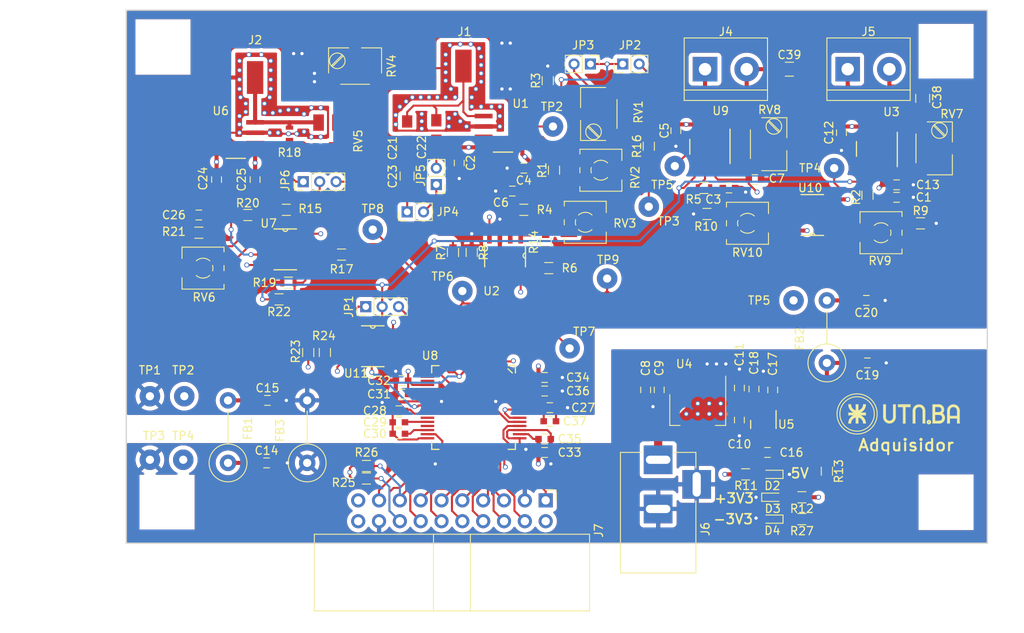
<source format=kicad_pcb>
(kicad_pcb (version 20221018) (generator pcbnew)
  (title_block (title "Adquisidor") (rev "A") (company "UTN F.R.B.A GiBio / UNCuyo") (comment 2 "Prototipo de 1°") (comment 4 "Author: Nicolas Sidorczuk; Agustin Girola"))
  (layers (0 "F.Cu" signal) (1 "In1.Cu" power "GND_Plane") (2 "In2.Cu" power "POWER_Plane") (31 "B.Cu" signal) (35 "F.Paste" user) (37 "F.SilkS" user "F.Silkscreen") (39 "F.Mask" user) (44 "Edge.Cuts" user))
  (net 0 "")
  (net 1 "Net-(RV1-Pad1)")
  (net 2 "GNDA")
  (net 3 "Net-(C6-Pad1)")
  (net 4 "Net-(R4-Pad1)")
  (net 5 "GND")
  (net 6 "Net-(R7-Pad1)")
  (net 7 "Net-(C3-Pad1)")
  (net 8 "+5V")
  (net 9 "+3V3")
  (net 10 "Net-(C16-Pad1)")
  (net 11 "Net-(C16-Pad2)")
  (net 12 "Net-(C21-Pad2)")
  (net 13 "Net-(C22-Pad2)")
  (net 14 "Net-(C23-Pad2)")
  (net 15 "Net-(C26-Pad1)")
  (net 16 "Net-(C27-Pad2)")
  (net 17 "Net-(C28-Pad1)")
  (net 18 "Net-(C29-Pad1)")
  (net 19 "Net-(C30-Pad1)")
  (net 20 "Net-(D2-Pad2)")
  (net 21 "Net-(D3-Pad2)")
  (net 22 "Net-(JP6-Pad1)")
  (net 23 "/Campo Cercano_AVS/signal_OUT")
  (net 24 "/Campo Cercano_RMS/signal_OUT")
  (net 25 "Net-(R15-Pad1)")
  (net 26 "Net-(RV4-Pad1)")
  (net 27 "Net-(R15-Pad2)")
  (net 28 "Net-(C1-Pad1)")
  (net 29 "Net-(R14-Pad1)")
  (net 30 "/ADC y salida SPI/VoRMS")
  (net 31 "+3V3A")
  (net 32 "-3V3")
  (net 33 "-3V3A")
  (net 34 "/Campo Cercano_AVS/sIN1")
  (net 35 "/Campo Cercano_RMS/sIN2")
  (net 36 "Net-(R2-Pad2)")
  (net 37 "Net-(R5-Pad2)")
  (net 38 "Net-(R9-Pad2)")
  (net 39 "Net-(R10-Pad2)")
  (net 40 "Net-(RV7-Pad1)")
  (net 41 "Net-(RV7-Pad3)")
  (net 42 "Net-(RV8-Pad1)")
  (net 43 "Net-(RV8-Pad3)")
  (net 44 "/ADC y salida SPI/VoFF1")
  (net 45 "/ADC y salida SPI/VoFF2")
  (net 46 "/CampoLejano1/sIN4")
  (net 47 "/CampoLejano1/sIN3")
  (net 48 "/Campo Cercano_AVS/GRD1")
  (net 49 "/Campo Cercano_RMS/GRD2")
  (net 50 "Net-(JP6-Pad3)")
  (net 51 "Net-(D4-Pad1)")
  (net 52 "Net-(R19-Pad2)")
  (net 53 "VCOM")
  (net 54 "Net-(JP1-Pad1)")
  (net 55 "Net-(JP1-Pad3)")
  (net 56 "/ADC y salida SPI/VoAVS")
  (net 57 "Net-(R14-Pad2)")
  (net 58 "Net-(U11-Pad5)")
  (net 59 "Net-(JP2-Pad1)")
  (net 60 "Net-(JP2-Pad2)")
  (net 61 "Net-(JP3-Pad2)")
  (net 62 "Net-(J7-Pad1)")
  (net 63 "Net-(J7-Pad4)")
  (net 64 "Net-(J7-Pad5)")
  (net 65 "Net-(J7-Pad6)")
  (net 66 "Net-(J7-Pad7)")
  (net 67 "Net-(J7-Pad8)")
  (net 68 "Net-(J7-Pad9)")
  (net 69 "Net-(J7-Pad10)")
  (net 70 "Net-(J7-Pad11)")
  (net 71 "Net-(J7-Pad12)")
  (net 72 "Net-(J7-Pad13)")
  (net 73 "Net-(J7-Pad14)")
  (net 74 "Net-(J7-Pad15)")
  (net 75 "Net-(J7-Pad16)")
  (net 76 "Net-(J7-Pad17)")
  (net 77 "Net-(R23-Pad2)")
  (net 78 "Net-(TP2-Pad1)")
  (net 79 "Net-(R13-Pad2)")
  (net 80 "/CampoLejano1/sIN3n")
  (net 81 "/CampoLejano1/sIN4n")
  (net 82 "Net-(R21-Pad2)")
  (footprint "ADA4530-lib:ADA4530_1ARZ" (layer "F.Cu") (at 130.937 59.817)
    (fp_text reference "U1")
    (fp_text value "ADA4530_1ARZ" hide)
  )
  (footprint "Potentiometers:Potentiometer_Trimmer_Bourns_3269W" (layer "F.Cu") (at 142.621 57.658 -90)
    (fp_text reference "RV1")
    (fp_text value "10K")
  )
  (footprint "Potentiometers:Potentiometer_Trimmer_Vishay_TS53YJ" (layer "F.Cu") (at 142.875 64.516 180)
    (fp_text reference "RV2")
    (fp_text value "200K")
  )
  (footprint "Potentiometers:Potentiometer_Trimmer_Vishay_TS53YJ" (layer "F.Cu") (at 140.97 70.866 180)
    (fp_text reference "RV3")
    (fp_text value "200K")
  )
  (footprint "TLC2272-lib:TLC2272_D_8" (layer "F.Cu") (at 131.191 74.93 -90)
    (fp_text reference "U2")
    (fp_text value "TLC2272_D_8" hide)
  )
  (footprint "Socket_Strips:Socket_Strip_Straight_1x02_Pitch2.00mm" (layer "F.Cu") (at 122.809 66.262 180)
    (fp_text reference "JP5")
    (fp_text value "J5")
  )
  (footprint "Pin_Headers:Pin_Header_Straight_1x02_Pitch2.00mm" (layer "F.Cu") (at 119.253 69.596 90)
    (fp_text reference "JP4")
    (fp_text value "J4")
  )
  (footprint "Capacitors_SMD:C_0805_HandSoldering" (layer "F.Cu") (at 119.253 59.817 -90)
    (fp_text reference "C21")
    (fp_text value "10pF 50V")
  )
  (footprint "Capacitors_SMD:C_0805_HandSoldering" (layer "F.Cu") (at 122.809 59.67444 -90)
    (fp_text reference "C22")
    (fp_text value "100pF 50V")
  )
  (footprint "Capacitors_SMD:C_0805_HandSoldering" (layer "F.Cu") (at 119.24792 65.22752 -90)
    (fp_text reference "C23")
    (fp_text value "10pF 50V")
  )
  (footprint "Connect:BARREL_JACK" (layer "F.Cu") (at 149.86 99.822 90)
    (fp_text reference "J6")
    (fp_text value "BARREL_JACK")
  )
  (footprint "Potentiometers:Potentiometer_Trimmer_Bourns_3269W" (layer "F.Cu") (at 112.903 51.816 180)
    (fp_text reference "RV4")
    (fp_text value "10K")
  )
  (footprint "Potentiometers:Potentiometer_Trimmer_Vishay_TS53YJ" (layer "F.Cu") (at 109.601 60.706 90)
    (fp_text reference "RV5")
    (fp_text value "200K")
  )
  (footprint "Potentiometers:Potentiometer_Trimmer_Vishay_TS53YJ" (layer "F.Cu") (at 94.361 76.454)
    (fp_text reference "RV6")
    (fp_text value "200K")
  )
  (footprint "LM2776-lib:LM2776" (layer "F.Cu") (at 162.687 95.504 -90)
    (fp_text reference "U5")
    (fp_text value "LM2776DBV" hide)
  )
  (footprint "ADA4530-lib:ADA4530_1ARZ" (layer "F.Cu") (at 98.3488 60.579)
    (fp_text reference "U6")
    (fp_text value "ADA4530_1ARZ" hide)
  )
  (footprint "TLC2272-lib:TLC2272_D_8" (layer "F.Cu") (at 104.394 74.168)
    (fp_text reference "U7")
    (fp_text value "TLC2272_D_8" hide)
  )
  (footprint "ADS1294-lib:ADS1294" (layer "F.Cu") (at 127.34925 93.452 -90)
    (fp_text reference "U8")
    (fp_text value "ADS1294_PAG_64" hide)
  )
  (footprint "Potentiometers:Potentiometer_Trimmer_Vishay_TS53YJ" (layer "F.Cu") (at 177.038 72.136)
    (fp_text reference "RV9")
    (fp_text value "200K")
  )
  (footprint "Potentiometers:Potentiometer_Trimmer_Vishay_TS53YJ" (layer "F.Cu") (at 160.75 70.986 180)
    (fp_text reference "RV10")
    (fp_text value "200K")
  )
  (footprint "INA828-lib:INA828IDR" (layer "F.Cu") (at 176.53 61.918002 -90)
    (fp_text reference "U3")
    (fp_text value "INA828D" hide)
  )
  (footprint "INA828-lib:INA828IDR" (layer "F.Cu") (at 156.21 61.664002 -90)
    (fp_text reference "U9")
    (fp_text value "INA828D" hide)
  )
  (footprint "TLC2272-lib:TLC2272_D_8" (layer "F.Cu") (at 168.656 69.977 180)
    (fp_text reference "U10")
    (fp_text value "TLC2272_D_8" hide)
  )
  (footprint "Capacitors_SMD:C_0603" (layer "F.Cu") (at 152.019 59.69 -90)
    (fp_text reference "C5")
    (fp_text value "100nF 10V")
  )
  (footprint "Capacitors_SMD:C_0603" (layer "F.Cu") (at 161.659 65.659 180)
    (fp_text reference "C7")
    (fp_text value "100nF 10V")
  )
  (footprint "Capacitors_SMD:C_0603" (layer "F.Cu") (at 118.237 93.853 180)
    (fp_text reference "C28")
    (fp_text value "1µF 10V")
  )
  (footprint "Capacitors_SMD:C_0603" (layer "F.Cu") (at 118.237 95.25 180)
    (fp_text reference "C29")
    (fp_text value "22µF 10V")
  )
  (footprint "Capacitors_SMD:C_0603" (layer "F.Cu") (at 118.237 96.647 180)
    (fp_text reference "C30")
    (fp_text value "1µF 10V")
  )
  (footprint "Terminal_Blocks:TerminalBlock_bornier-2_P5.08mm" (layer "F.Cu") (at 155.575 52.197)
    (fp_text reference "J4")
    (fp_text value "CONN_01X02")
  )
  (footprint "Terminal_Blocks:TerminalBlock_bornier-2_P5.08mm" (layer "F.Cu") (at 172.974 52.197)
    (fp_text reference "J5")
    (fp_text value "CONN_01X02")
  )
  (footprint "Pin_Headers:Pin_Header_Straight_1x03_Pitch2.00mm" (layer "F.Cu") (at 106.585 65.913 90)
    (fp_text reference "JP6")
    (fp_text value "JUMPER3")
  )
  (footprint "Capacitors_SMD:C_0603" (layer "F.Cu") (at 149.987 91.301 -90)
    (fp_text reference "C9")
    (fp_text value "100nF 10V")
  )
  (footprint "Resistors_SMD:R_0603" (layer "F.Cu") (at 175.387 67.564 90)
    (fp_text reference "R2")
    (fp_text value "100R 1%")
  )
  (footprint "Resistors_SMD:R_0603" (layer "F.Cu") (at 155.448 66.675 180)
    (fp_text reference "R5")
    (fp_text value "100R 1%")
  )
  (footprint "Resistors_SMD:R_0603" (layer "F.Cu") (at 181.852 70.993 180)
    (fp_text reference "R9")
    (fp_text value "3K3 1%")
  )
  (footprint "Resistors_SMD:R_0603" (layer "F.Cu") (at 155.817 69.85)
    (fp_text reference "R10")
    (fp_text value "3K3 1%")
  )
  (footprint "Capacitors_SMD:C_0603" (layer "F.Cu") (at 178.931 67.818)
    (fp_text reference "C1")
    (fp_text value "100nF 10V")
  )
  (footprint "Capacitors_SMD:C_0603" (layer "F.Cu") (at 158.496 66.675)
    (fp_text reference "C3")
    (fp_text value "100nF 10V")
  )
  (footprint "Capacitors_SMD:C_0603" (layer "F.Cu") (at 172.212 59.944 -90)
    (fp_text reference "C12")
    (fp_text value "100nF 10V")
  )
  (footprint "Capacitors_SMD:C_0603" (layer "F.Cu") (at 178.931 66.294 180)
    (fp_text reference "C13")
    (fp_text value "100nF 10V")
  )
  (footprint "Inductors_THT:L_Axial_L11.0mm_D4.5mm_P7.62mm_Vertical_Fastron_MECC" (layer "F.Cu") (at 107.061 100.203 90)
    (fp_text reference "FB3")
    (fp_text value "Ferrite")
  )
  (footprint "Capacitors_SMD:C_0603" (layer "F.Cu") (at 118.618 90.17 180)
    (fp_text reference "C32")
    (fp_text value "100nF 10V")
  )
  (footprint "Capacitors_SMD:C_0603" (layer "F.Cu") (at 136.017 97.282)
    (fp_text reference "C35")
    (fp_text value "100nF 10V")
  )
  (footprint "Capacitors_SMD:C_0603" (layer "F.Cu") (at 136.017 91.44)
    (fp_text reference "C36")
    (fp_text value "100nF 10V")
  )
  (footprint "Inductors_THT:L_Axial_L11.0mm_D4.5mm_P7.62mm_Vertical_Fastron_MECC" (layer "F.Cu") (at 97.409 100.203 90)
    (fp_text reference "FB1")
    (fp_text value "Ferrite")
  )
  (footprint "Inductors_THT:L_Axial_L11.0mm_D4.5mm_P7.62mm_Vertical_Fastron_MECC" (layer "F.Cu") (at 170.434 88.011 90)
    (fp_text reference "FB2")
    (fp_text value "Ferrite")
  )
  (footprint "Capacitors_SMD:C_0603" (layer "F.Cu") (at 136.652 95.123 180)
    (fp_text reference "C37")
    (fp_text value "100nF 10V")
  )
  (footprint "Pin_Headers:Pin_Header_Straight_1x03_Pitch2.00mm" (layer "F.Cu") (at 114.205 81.153 90)
    (fp_text reference "JP1")
    (fp_text value "JUMPER3")
  )
  (footprint "TLC2272-lib:TLC2272_D_8" (layer "F.Cu") (at 115.062 85.979)
    (fp_text reference "U11")
    (fp_text value "TLC2272_D_8" hide)
  )
  (footprint "Resistors_SMD:R_0603" (layer "F.Cu") (at 107.188 86.741 90)
    (fp_text reference "R23")
    (fp_text value "10K 1%")
  )
  (footprint "Resistors_SMD:R_0603" (layer "F.Cu") (at 109.22 86.741 90)
    (fp_text reference "R24")
    (fp_text value "10K 1%")
  )
  (footprint "Connectors_IDC:IDC-Header_2x10_Pitch2.54mm_Angled" (layer "F.Cu") (at 136.144 104.775 -90)
    (fp_text reference "J7")
    (fp_text value "CONN_01X18")
  )
  (footprint "Wire_Pads:SolderWirePad_single_1mmDrill" (layer "F.Cu") (at 137.033 59.182)
    (fp_text reference "TP2")
    (fp_text value "TEST_1P")
  )
  (footprint "Wire_Pads:SolderWirePad_single_1mmDrill" (layer "F.Cu") (at 148.717 68.961)
    (fp_text reference "TP3")
    (fp_text value "TEST_1P")
  )
  (footprint "Wire_Pads:SolderWirePad_single_1mmDrill" (layer "F.Cu") (at 171.323 64.262)
    (fp_text reference "TP4")
    (fp_text value "TEST_1P")
  )
  (footprint "Wire_Pads:SolderWirePad_single_1mmDrill" (layer "F.Cu") (at 125.984 79.248)
    (fp_text reference "TP6")
    (fp_text value "TEST_1P")
  )
  (footprint "Wire_Pads:SolderWirePad_single_1mmDrill" (layer "F.Cu") (at 139.065 86.233)
    (fp_text reference "TP7")
    (fp_text value "TEST_1P")
  )
  (footprint "Wire_Pads:SolderWirePad_single_1mmDrill" (layer "F.Cu") (at 115.062 71.755)
    (fp_text reference "TP8")
    (fp_text value "TEST_1P")
  )
  (footprint "Wire_Pads:SolderWirePad_single_1mmDrill" (layer "F.Cu") (at 143.637 77.724)
    (fp_text reference "TP9")
    (fp_text value "TEST_1P")
  )
  (footprint "Resistors_SMD:R_0603" (layer "F.Cu") (at 114.288 102.108)
    (fp_text reference "R25")
    (fp_text value "10K 1%")
  )
  (footprint "Resistors_SMD:R_0603" (layer "F.Cu") (at 114.288 100.584 180)
    (fp_text reference "R26")
    (fp_text value "10K 1%")
  )
  (footprint "Capacitors_SMD:C_0603" (layer "F.Cu") (at 125.603 63.627 -90)
    (fp_text reference "C2")
    (fp_text value "100nF 10V")
  )
  (footprint "Capacitors_SMD:C_0603" (layer "F.Cu") (at 133.477 64.262 180)
    (fp_text reference "C4")
    (fp_text value "100nF 10V")
  )
  (footprint "Capacitors_SMD:C_0603" (layer "F.Cu") (at 132.08 67.056 180)
    (fp_text reference "C6")
    (fp_text value "100nF 10V")
  )
  (footprint "Capacitors_SMD:C_0603" (layer "F.Cu") (at 148.336 91.301 -90)
    (fp_text reference "C8")
    (fp_text value "10uF 10V")
  )
  (footprint "Capacitors_SMD:C_0603" (layer "F.Cu") (at 159.766 94.984 -90)
    (fp_text reference "C10")
    (fp_text value "100nF 10V")
  )
  (footprint "Capacitors_SMD:C_0603" (layer "F.Cu") (at 159.766 91.071 90)
    (fp_text reference "C11")
    (fp_text value "10uF 10V")
  )
  (footprint "Capacitors_SMD:C_0603" (layer "F.Cu") (at 102.108 100.203)
    (fp_text reference "C14")
    (fp_text value "10uF 10V")
  )
  (footprint "Capacitors_SMD:C_0603" (layer "F.Cu") (at 102.219 92.583)
    (fp_text reference "C15")
    (fp_text value "10uF 10V")
  )
  (footprint "Capacitors_SMD:C_0603" (layer "F.Cu") (at 163.195 98.933)
    (fp_text reference "C16")
    (fp_text value "1uF 10V")
  )
  (footprint "Capacitors_SMD:C_0603" (layer "F.Cu") (at 163.83 91.313 90)
    (fp_text reference "C17")
    (fp_text value "10uF 10V")
  )
  (footprint "Capacitors_SMD:C_0603" (layer "F.Cu") (at 161.544 91.198 90)
    (fp_text reference "C18")
    (fp_text value "1uF 10V")
  )
  (footprint "Capacitors_SMD:C_0603" (layer "F.Cu") (at 175.371 88.011 180)
    (fp_text reference "C19")
    (fp_text value "10uF 10V")
  )
  (footprint "Capacitors_SMD:C_0603" (layer "F.Cu") (at 175.244 80.391 180)
    (fp_text reference "C20")
    (fp_text value "10uF 10V")
  )
  (footprint "Capacitors_SMD:C_0603" (layer "F.Cu") (at 96.012 65.659 -90)
    (fp_text reference "C24")
    (fp_text value "100nF 10V")
  )
  (footprint "Capacitors_SMD:C_0603" (layer "F.Cu") (at 100.711 65.659 -90)
    (fp_text reference "C25")
    (fp_text value "100nF 10V")
  )
  (footprint "Capacitors_SMD:C_0603" (layer "F.Cu") (at 93.853 69.977 180)
    (fp_text reference "C26")
    (fp_text value "100nF 10V")
  )
  (footprint "Capacitors_SMD:C_0603" (layer "F.Cu") (at 136.652 93.472 180)
    (fp_text reference "C27")
    (fp_text value "1uF 10V")
  )
  (footprint "Capacitors_SMD:C_0603" (layer "F.Cu") (at 118.618 91.821 180)
    (fp_text reference "C31")
    (fp_text value "1uF 10V")
  )
  (footprint "Capacitors_SMD:C_0603" (layer "F.Cu") (at 136.017 98.933)
    (fp_text reference "C33")
    (fp_text value "1uF 10V")
  )
  (footprint "Capacitors_SMD:C_0603" (layer "F.Cu") (at 136.017 89.789)
    (fp_text reference "C34")
    (fp_text value "1uF 10V")
  )
  (footprint "Socket_Strips:Socket_Strip_Straight_1x02_Pitch2.00mm" (layer "F.Cu") (at 145.542 51.562 90)
    (fp_text reference "JP2")
    (fp_text value "JUMPER")
  )
  (footprint "Socket_Strips:Socket_Strip_Straight_1x02_Pitch2.00mm" (layer "F.Cu") (at 141.605 51.562 -90)
    (fp_text reference "JP3")
    (fp_text value "JUMPER")
  )
  (footprint "Resistors_SMD:R_0603" (layer "F.Cu") (at 160.528 101.6)
    (fp_text reference "R11")
    (fp_text value "470R 1%")
  )
  (footprint "Resistors_SMD:R_0603" (layer "F.Cu") (at 167.386 104.394)
    (fp_text reference "R12")
    (fp_text value "100R 1%")
  )
  (footprint "Resistors_SMD:R_0603" (layer "F.Cu") (at 170.434 101.219 -90)
    (fp_text reference "R13")
    (fp_text value "470R 1%")
  )
  (footprint "Resistors_SMD:R_0603" (layer "F.Cu") (at 137.16 64.516 90)
    (fp_text reference "R1")
    (fp_text value "150R 1%")
  )
  (footprint "Resistors_SMD:R_0603" (layer "F.Cu") (at 136.398 53.594 90)
    (fp_text reference "R3")
    (fp_text value "10K 1%")
  )
  (footprint "Resistors_SMD:R_0603" (layer "F.Cu") (at 133.477 69.342)
    (fp_text reference "R4")
    (fp_text value "3K3 1%")
  )
  (footprint "Resistors_SMD:R_0603" (layer "F.Cu") (at 136.525 76.454 180)
    (fp_text reference "R6")
    (fp_text value "10K 1%")
  )
  (footprint "Resistors_SMD:R_0603" (layer "F.Cu") (at 124.841 74.549 90)
    (fp_text reference "R7")
    (fp_text value "10K 1%")
  )
  (footprint "Resistors_SMD:R_0603" (layer "F.Cu") (at 127.127 74.549 -90)
    (fp_text reference "R8")
    (fp_text value "10K 1%")
  )
  (footprint "Resistors_SMD:R_0603" (layer "F.Cu") (at 136.144 73.279 90)
    (fp_text reference "R14")
    (fp_text value "10K 1%")
  )
  (footprint "Resistors_SMD:R_0603" (layer "F.Cu") (at 104.521 69.342 180)
    (fp_text reference "R15")
    (fp_text value "10K 1%")
  )
  (footprint "Resistors_SMD:R_0603" (layer "F.Cu") (at 148.717 61.595 90)
    (fp_text reference "R16")
    (fp_text value "10K 1%")
  )
  (footprint "Resistors_SMD:R_0603" (layer "F.Cu") (at 111.252 74.803)
    (fp_text reference "R17")
    (fp_text value "10K 1%")
  )
  (footprint "Resistors_SMD:R_0603" (layer "F.Cu") (at 104.775 78.232)
    (fp_text reference "R19")
    (fp_text value "10K 1%")
  )
  (footprint "Resistors_SMD:R_0603" (layer "F.Cu") (at 99.822 69.977)
    (fp_text reference "R20")
    (fp_text value "150R 1%")
  )
  (footprint "Resistors_SMD:R_0603" (layer "F.Cu") (at 93.853 72.136 180)
    (fp_text reference "R21")
    (fp_text value "100R 1%")
  )
  (footprint "Resistors_SMD:R_0603" (layer "F.Cu") (at 103.632 80.264)
    (fp_text reference "R22")
    (fp_text value "10K 1%")
  )
  (footprint "Potentiometers:Potentiometer_Trimmer_Bourns_3269W" (layer "F.Cu") (at 183.515 61.849 90)
    (fp_text reference "RV7")
    (fp_text value "10K")
  )
  (footprint "Potentiometers:Potentiometer_Trimmer_Bourns_3269W" (layer "F.Cu") (at 163.329 61.341 90)
    (fp_text reference "RV8")
    (fp_text value "10K")
  )
  (footprint "Logo:UTN.BA-Letras" (layer "F.Cu") (at 174.117 94.234)
    (fp_text reference "" hide)
    (fp_text value "UTN.BA-Letras")
  )
  (footprint "Resistors_SMD:R_0603" (layer "F.Cu") (at 104.902 60.071 90)
    (fp_text reference "R18")
    (fp_text value "10K 1%")
  )
  (footprint "LEDs:LED_0603" (layer "F.Cu") (at 163.787 101.6 180)
    (fp_text reference "D2")
    (fp_text value "Green")
  )
  (footprint "LEDs:LED_0603" (layer "F.Cu") (at 163.787 104.394)
    (fp_text reference "D3")
    (fp_text value "Blue")
  )
  (footprint "LEDs:LED_0603" (layer "F.Cu") (at 163.787 107.061 180)
    (fp_text reference "D4")
    (fp_text value "Red")
  )
  (footprint "TO_SOT_Packages_SMD:SOT-223" (layer "F.Cu") (at 154.686 93.726 -90)
    (fp_text reference "U4")
    (fp_text value "LD1117S33TR")
  )
  (footprint "Wire_Pads:SolderWirePad_single_1mmDrill" (layer "F.Cu") (at 151.892 64.008)
    (fp_text reference "TP5")
    (fp_text value "TEST_1P")
  )
  (footprint "Resistors_SMD:R_0603" (layer "F.Cu") (at 167.386 107.061 180)
    (fp_text reference "R27")
    (fp_text value "150R 1%")
  )
  (footprint "Mounting_Holes:MountingHole_3.2mm_M3" (layer "F.Cu") (at 185 105)
    (fp_text reference "REF**" hide)
    (fp_text value "MountingHole_3.2mm_M3")
  )
  (footprint "Mounting_Holes:MountingHole_3.2mm_M3" (layer "F.Cu") (at 185 50)
    (fp_text reference "REF**" hide)
    (fp_text value "MountingHole_3.2mm_M3")
  )
  (footprint "Mounting_Holes:MountingHole_3.2mm_M3" (layer "F.Cu") (at 89.5 49.5)
    (fp_text reference "REF**" hide)
    (fp_text value "MountingHole_3.2mm_M3")
  )
  (footprint "Mounting_Holes:MountingHole_3.2mm_M3" (layer "F.Cu") (at 90 105)
    (fp_text reference "REF**" hide)
    (fp_text value "MountingHole_3.2mm_M3")
  )
  (footprint "Capacitors_SMD:C_0805_HandSoldering" (layer "F.Cu") (at 182.118 55.753 -90)
    (fp_text reference "C38")
    (fp_text value "100pF 50V")
  )
  (footprint "Capacitors_SMD:C_0805_HandSoldering" (layer "F.Cu") (at 165.862 52.197)
    (fp_text reference "C39")
    (fp_text value "10pF 50V")
  )
  (footprint "Wire_Pads:SolderWirePad_single_1mmDrill" (layer "F.Cu") (at 166.37 80.391)
    (fp_text reference "TP5")
    (fp_text value "TEST_1P")
  )
  (footprint "Wire_Pads:SolderWirePad_single_1mmDrill" (layer "F.Cu") (at 91.948 99.822)
    (fp_text reference "TP4")
    (fp_text value "TEST_1P")
  )
  (footprint "Wire_Pads:SolderWirePad_single_1mmDrill" (layer "F.Cu") (at 92.075 92.075)
    (fp_text reference "TP2")
    (fp_text value "TEST_1P")
  )
  (footprint "Wire_Pads:SolderWirePad_single_1mmDrill" (layer "F.Cu") (at 87.884 99.822)
    (fp_text reference "TP3")
    (fp_text value "TEST_1P")
  )
  (footprint "Wire_Pads:SolderWirePad_single_1mmDrill" (layer "F.Cu") (at 87.884 92.075)
    (fp_text reference "TP1")
    (fp_text value "TEST_1P")
  )
  (footprint "Triaxial:Triaxial_PAD" (layer "F.Cu") (at 100.711 53.213)
    (fp_text reference "J2")
    (fp_text value "CONN_01X03")
  )
  (footprint "Triaxial:Triaxial_PAD" (layer "F.Cu") (at 126.111 51.816)
    (fp_text reference "J1")
    (fp_text value "CONN_01X03")
  )
  (gr_line (start 85 110) (end 190 110) (stroke (width 0.15)) (layer "Edge.Cuts"))
  (gr_line (start 190 110) (end 190 45) (stroke (width 0.15)) (layer "Edge.Cuts"))
  (gr_line (start 190 45) (end 85 45) (stroke (width 0.15)) (layer "Edge.Cuts"))
  (gr_line (start 85 45) (end 85 110) (stroke (width 0.15)) (layer "Edge.Cuts"))
  (gr_text "-3V3" (at 159.004 107.061) (layer "F.SilkS") (effects (font (size 1.2 1.2) (thickness 0.2))))
  (gr_text "5V" (at 167.132 101.473) (layer "F.SilkS") (effects (font (size 1.2 1.2) (thickness 0.2))))
  (gr_text "+3V3" (at 159.131 104.521) (layer "F.SilkS") (effects (font (size 1.2 1.2) (thickness 0.2))))
  (gr_text "Adquisidor" (at 180.086 98.044) (layer "F.SilkS") (effects (font (size 1.4 1.5) (thickness 0.25))))
  (segment (start 144.875 63.087) (end 144.875 64.516) (width 0.25) (layer "F.Cu") (net 1))
  (segment (start 142.501 63.366) (end 140.875 63.366) (width 0.25) (layer "F.Cu") (net 1))
  (segment (start 144.526 61.558) (end 144.526 62.738) (width 0.25) (layer "F.Cu") (net 1))
  (segment (start 143.129 62.738) (end 142.501 63.366) (width 0.25) (layer "F.Cu") (net 1))
  (segment (start 145.041 60.198) (end 144.78 60.198) (width 0.25) (layer "F.Cu") (net 1))
  (segment (start 145.041 60.198) (end 145.041 61.043) (width 0.25) (layer "F.Cu") (net 1))
  (segment (start 143.129 62.738) (end 144.526 62.738) (width 0.25) (layer "F.Cu") (net 1))
  (segment (start 145.041 61.043) (end 144.526 61.558) (width 0.25) (layer "F.Cu") (net 1))
  (segment (start 144.526 62.738) (end 144.875 63.087) (width 0.25) (layer "F.Cu") (net 1))
  (segment (start 160.02 66.675) (end 160.528 67.183) (width 0.25) (layer "F.Cu") (net 2))
  (segment (start 131.318 49.53) (end 131.826 49.022) (width 0.5) (layer "F.Cu") (net 2))
  (segment (start 137.402 93.472) (end 138.811 93.472) (width 0.25) (layer "F.Cu") (net 2))
  (segment (start 117.868 90.17) (end 117.868 89.039) (width 0.25) (layer "F.Cu") (net 2))
  (segment (start 131.572 92.8805) (end 131.572 92.71) (width 0.25) (layer "F.Cu") (net 2))
  (segment (start 131.33 67.056) (end 130.048 67.056) (width 0.25) (layer "F.Cu") (net 2))
  (segment (start 121.7295 91.201999) (end 122.805 91.201999) (width 0.25) (layer "F.Cu") (net 2))
  (segment (start 125.603 64.377) (end 125.603 65.532) (width 0.5) (layer "F.Cu") (net 2))
  (segment (start 134.62 92.71) (end 134.052501 92.71) (width 0.25) (layer "F.Cu") (net 2))
  (segment (start 123.19 91.186) (end 123.444 91.44) (width 0.25) (layer "F.Cu") (net 2))
  (segment (start 118.123999 92.701999) (end 117.868 92.446) (width 0.25) (layer "F.Cu") (net 2))
  (segment (start 120.654 97.202) (end 120.508999 97.347001) (width 0.25) (layer "F.Cu") (net 2))
  (segment (start 175.994 80.391) (end 177.546 80.391) (width 0.5) (layer "F.Cu") (net 2))
  (segment (start 107.442 53.213) (end 107.95 52.705) (width 0.5) (layer "F.Cu") (net 2))
  (segment (start 130.048 93.643674) (end 131.606325 95.201999) (width 0.25) (layer "F.Cu") (net 2))
  (segment (start 136.767 92.214) (end 136.767 91.44) (width 0.25) (layer "F.Cu") (net 2))
  (segment (start 123.444 93.472) (end 123.444 92.71) (width 0.25) (layer "F.Cu") (net 2))
  (segment (start 117.487 95.25) (end 117.487 93.853) (width 0.25) (layer "F.Cu") (net 2))
  (segment (start 120.508999 97.347001) (end 118.212001 97.347001) (width 0.25) (layer "F.Cu") (net 2))
  (segment (start 123.444 92.329) (end 123.444 92.71) (width 0.25) (layer "F.Cu") (net 2))
  (segment (start 117.487 96.647) (end 117.487 95.25) (width 0.25) (layer "F.Cu") (net 2))
  (segment (start 136.767 91.44) (end 138.176 91.44) (width 0.25) (layer "F.Cu") (net 2))
  (segment (start 136.398 52.844) (end 136.398 51.816) (width 0.5) (layer "F.Cu") (net 2))
  (segment (start 105.918 53.213) (end 105.918 50.8) (width 0.5) (layer "F.Cu") (net 2))
  (segment (start 118.212001 97.347001) (end 117.512 96.647) (width 0.25) (layer "F.Cu") (net 2))
  (segment (start 117.868 89.039) (end 117.856 89.027) (width 0.25) (layer "F.Cu") (net 2))
  (segment (start 127.127 73.799) (end 127.127 72.263) (width 0.25) (layer "F.Cu") (net 2))
  (segment (start 136.767 92.214) (end 136.525 92.456) (width 0.25) (layer "F.Cu") (net 2))
  (segment (start 136.767 89.789) (end 138.176 89.789) (width 0.25) (layer "F.Cu") (net 2))
  (segment (start 136.525 92.456) (end 134.874 92.456) (width 0.25) (layer "F.Cu") (net 2))
  (segment (start 159.246 66.675) (end 160.02 66.675) (width 0.25) (layer "F.Cu") (net 2))
  (segment (start 137.402 95.123) (end 137.402 93.472) (width 0.25) (layer "F.Cu") (net 2))
  (segment (start 122.820999 91.186) (end 123.19 91.186) (width 0.25) (layer "F.Cu") (net 2))
  (segment (start 152.019 60.44) (end 152.019 61.595) (width 0.5) (layer "F.Cu") (net 2))
  (segment (start 122.829 93.726) (end 123.19 93.726) (width 0.25) (layer "F.Cu") (net 2))
  (segment (start 130.556 72.4662) (end 130.556 70.485) (width 0.25) (layer "F.Cu") (net 2))
  (segment (start 121.7295 92.701999) (end 118.123999 92.701999) (width 0.25) (layer "F.Cu") (net 2))
  (segment (start 116.205 93.221) (end 116.205 92.837) (width 0.25) (layer "F.Cu") (net 2))
  (segment (start 131.606325 95.201999) (end 132.969 95.201999) (width 0.25) (layer "F.Cu") (net 2))
  (segment (start 131.318 54.102) (end 130.81 54.61) (width 0.5) (layer "F.Cu") (net 2))
  (segment (start 123.435999 92.701999) (end 123.444 92.71) (width 0.25) (layer "F.Cu") (net 2))
  (segment (start 122.805 93.702) (end 122.829 93.726) (width 0.25) (layer "F.Cu") (net 2))
  (segment (start 179.681 66.294) (end 180.975 66.294) (width 0.5) (layer "F.Cu") (net 2))
  (segment (start 131.572 92.71) (end 130.048 92.71) (width 0.25) (layer "F.Cu") (net 2))
  (segment (start 107.442 53.213) (end 107.95 53.721) (width 0.5) (layer "F.Cu") (net 2))
  (segment (start 131.8935 92.701999) (end 131.885499 92.71) (width 0.25) (layer "F.Cu") (net 2))
  (segment (start 121.7295 92.701999) (end 123.435999 92.701999) (width 0.25) (layer "F.Cu") (net 2))
  (segment (start 131.318 49.53) (end 130.81 49.022) (width 0.5) (layer "F.Cu") (net 2))
  (segment (start 134.052501 92.71) (end 134.0445 92.701999) (width 0.25) (layer "F.Cu") (net 2))
  (segment (start 131.885499 92.71) (end 131.572 92.71) (width 0.25) (layer "F.Cu") (net 2))
  (segment (start 122.805 91.201999) (end 122.820999 91.186) (width 0.25) (layer "F.Cu") (net 2))
  (segment (start 117.487 93.853) (end 116.837 93.853) (width 0.25) (layer "F.Cu") (net 2))
  (segment (start 117.512 96.647) (end 117.487 96.647) (width 0.25) (layer "F.Cu") (net 2))
  (segment (start 172.212 60.694) (end 172.212 62.103) (width 0.5) (layer "F.Cu") (net 2))
  (segment (start 121.7295 93.702) (end 122.805 93.702) (width 0.25) (layer "F.Cu") (net 2))
  (segment (start 123.19 93.726) (end 123.444 93.472) (width 0.25) (layer "F.Cu") (net 2))
  (segment (start 131.318 54.102) (end 131.826 54.61) (width 0.5) (layer "F.Cu") (net 2))
  (segment (start 123.444 91.44) (end 123.444 92.329) (width 0.25) (layer "F.Cu") (net 2))
  (segment (start 134.874 92.456) (end 134.62 92.71) (width 0.25) (layer "F.Cu") (net 2))
  (segment (start 116.837 93.853) (end 116.205 93.221) (width 0.25) (layer "F.Cu") (net 2))
  (segment (start 182.602 70.993) (end 183.769 70.993) (width 0.25) (layer "F.Cu") (net 2))
  (segment (start 105.918 50.8) (end 105.41 50.292) (width 0.5) (layer "F.Cu") (net 2))
  (segment (start 134.0445 92.701999) (end 132.969 92.701999) (width 0.25) (layer "F.Cu") (net 2))
  (segment (start 155.067 69.85) (end 154.178 69.85) (width 0.25) (layer "F.Cu") (net 2))
  (segment (start 105.918 53.213) (end 107.442 53.213) (width 0.5) (layer "F.Cu") (net 2))
  (segment (start 132.969 92.701999) (end 131.8935 92.701999) (width 0.25) (layer "F.Cu") (net 2))
  (segment (start 131.8935 93.202) (end 131.572 92.8805) (width 0.25) (layer "F.Cu") (net 2))
  (segment (start 105.918 50.8) (end 106.426 50.292) (width 0.5) (layer "F.Cu") (net 2))
  (segment (start 102.969 92.583) (end 104.521 92.583) (width 0.5) (layer "F.Cu") (net 2))
  (segment (start 179.681 67.818) (end 180.975 67.818) (width 0.25) (layer "F.Cu") (net 2))
  (segment (start 117.868 92.446) (end 117.868 91.821) (width 0.25) (layer "F.Cu") (net 2))
  (segment (start 131.318 51.816) (end 131.318 54.102) (width 0.5) (layer "F.Cu") (net 2))
  (segment (start 152.019 61.595) (end 147.447 61.595) (width 0.25) (layer "F.Cu") (net 2))
  (segment (start 131.318 51.816) (end 131.318 49.53) (width 0.5) (layer "F.Cu") (net 2))
  (segment (start 130.048 92.71) (end 130.048 93.643674) (width 0.25) (layer "F.Cu") (net 2))
  (segment (start 132.969 93.202) (end 131.8935 93.202) (width 0.25) (layer "F.Cu") (net 2))
  (segment (start 132.727 64.262) (end 131.445 64.262) (width 0.5) (layer "F.Cu") (net 2))
  (segment (start 121.7295 97.202) (end 120.654 97.202) (width 0.25) (layer "F.Cu") (net 2))
  (via (at 107.95 53.721) (size 0.6) (drill 0.4) (layers "F.Cu" "B.Cu") (net 2))
  (via (at 183.769 70.993) (size 0.6) (drill 0.4) (layers "F.Cu" "B.Cu") (net 2))
  (via (at 130.81 54.61) (size 0.6) (drill 0.4) (layers "F.Cu" "B.Cu") (net 2))
  (via (at 104.521 92.583) (size 0.6) (drill 0.4) (layers "F.Cu" "B.Cu") (net 2))
  (via (at 130.81 49.022) (size 0.6) (drill 0.4) (layers "F.Cu" "B.Cu") (net 2))
  (via (at 154.178 69.85) (size 0.6) (drill 0.4) (layers "F.Cu" "B.Cu") (net 2))
  (via (at 116.205 92.837) (size 0.6) (drill 0.4) (layers "F.Cu" "B.Cu") (net 2))
  (via (at 106.426 50.292) (size 0.6) (drill 0.4) (layers "F.Cu" "B.Cu") (net 2))
  (via (at 130.048 92.71) (size 0.6) (drill 0.4) (layers "F.Cu" "B.Cu") (net 2))
  (via (at 152.019 61.595) (size 0.6) (drill 0.4) (layers "F.Cu" "B.Cu") (net 2))
  (via (at 180.975 66.294) (size 0.6) (drill 0.4) (layers "F.Cu" "B.Cu") (net 2))
  (via (at 180.975 67.818) (size 0.6) (drill 0.4) (layers "F.Cu" "B.Cu") (net 2))
  (via (at 131.826 54.61) (size 0.6) (drill 0.4) (layers "F.Cu" "B.Cu") (net 2))
  (via (at 130.556 70.485) (size 0.6) (drill 0.4) (layers "F.Cu" "B.Cu") (net 2))
  (via (at 138.176 91.44) (size 0.6) (drill 0.4) (layers "F.Cu" "B.Cu") (net 2))
  (via (at 131.826 49.022) (size 0.6) (drill 0.4) (layers "F.Cu" "B.Cu") (net 2))
  (via (at 177.546 80.391) (size 0.6) (drill 0.4) (layers "F.Cu" "B.Cu") (net 2))
  (via (at 130.048 67.056) (size 0.6) (drill 0.4) (layers "F.Cu" "B.Cu") (net 2))
  (via (at 105.41 50.292) (size 0.6) (drill 0.4) (layers "F.Cu" "B.Cu") (net 2))
  (via (at 172.212 62.103) (size 0.6) (drill 0.4) (layers "F.Cu" "B.Cu") (net 2))
  (via (at 117.856 89.027) (size 0.6) (drill 0.4) (layers "F.Cu" "B.Cu") (net 2))
  (via (at 125.603 65.532) (size 0.6) (drill 0.4) (layers "F.Cu" "B.Cu") (net 2))
  (via (at 138.176 89.789) (size 0.6) (drill 0.4) (layers "F.Cu" "B.Cu") (net 2))
  (via (at 123.444 92.71) (size 0.6) (drill 0.4) (layers "F.Cu" "B.Cu") (net 2))
  (via (at 107.95 52.705) (size 0.6) (drill 0.4) (layers "F.Cu" "B.Cu") (net 2))
  (via (at 160.528 67.183) (size 0.6) (drill 0.4) (layers "F.Cu" "B.Cu") (net 2))
  (via (at 136.398 51.816) (size 0.6) (drill 0.4) (layers "F.Cu" "B.Cu") (net 2))
  (via (at 138.811 93.472) (size 0.6) (drill 0.4) (layers "F.Cu" "B.Cu") (net 2))
  (via (at 131.445 64.262) (size 0.6) (drill 0.4) (layers "F.Cu" "B.Cu") (net 2))
  (via (at 127.127 72.263) (size 0.6) (drill 0.4) (layers "F.Cu" "B.Cu") (net 2))
  (segment (start 134.827 67.31) (end 134.874 67.31) (width 0.25) (layer "F.Cu") (net 3))
  (segment (start 133.33 67.056) (end 132.83 67.056) (width 0.25) (layer "F.Cu") (net 3))
  (segment (start 135.128 67.056) (end 136.906 67.056) (width 0.25) (layer "F.Cu") (net 3))
  (segment (start 136.906 67.056) (end 137.16 66.802) (width 0.25) (layer "F.Cu") (net 3))
  (segment (start 134.78 67.056) (end 134.493 67.056) (width 0.25) (layer "F.Cu") (net 3))
  (segment (start 134.827 69.242) (end 134.827 67.31) (width 0.25) (layer "F.Cu") (net 3))
  (segment (start 134.493 67.056) (end 133.33 67.056) (width 0.25) (layer "F.Cu") (net 3))
  (segment (start 134.827 67.31) (end 134.827 67.103) (width 0.25) (layer "F.Cu") (net 3))
  (segment (start 134.727 69.342) (end 134.827 69.242) (width 0.25) (layer "F.Cu") (net 3))
  (segment (start 134.227 69.342) (end 134.727 69.342) (width 0.25) (layer "F.Cu") (net 3))
  (segment (start 134.573 67.056) (end 134.827 67.31) (width 0.25) (layer "F.Cu") (net 3))
  (segment (start 137.16 66.802) (end 137.16 65.266) (width 0.25) (layer "F.Cu") (net 3))
  (segment (start 134.827 67.103) (end 134.874 67.056) (width 0.25) (layer "F.Cu") (net 3))
  (segment (start 134.874 67.31) (end 135.128 67.056) (width 0.25) (layer "F.Cu") (net 3))
  (segment (start 134.493 67.056) (end 134.573 67.056) (width 0.25) (layer "F.Cu") (net 3))
  (segment (start 135.128 67.056) (end 134.874 67.056) (width 0.25) (layer "F.Cu") (net 3))
  (segment (start 134.827 67.103) (end 134.78 67.056) (width 0.25) (layer "F.Cu") (net 3))
  (segment (start 137.287 69.723) (end 136.398 70.612) (width 0.25) (layer "F.Cu") (net 4))
  (segment (start 131.826 70.358) (end 131.826 69.643) (width 0.25) (layer "F.Cu") (net 4))
  (segment (start 131.826 70.358) (end 132.08 70.612) (width 0.25) (layer "F.Cu") (net 4))
  (segment (start 131.826 72.4662) (end 131.826 70.866) (width 0.25) (layer "F.Cu") (net 4))
  (segment (start 131.826 69.643) (end 132.127 69.342) (width 0.25) (layer "F.Cu") (net 4))
  (segment (start 132.497 70.612) (end 132.08 70.612) (width 0.25) (layer "F.Cu") (net 4))
  (segment (start 131.826 73.1012) (end 131.826 72.39) (width 0.25) (layer "F.Cu") (net 4))
  (segment (start 132.08 70.612) (end 131.826 70.612) (width 0.25) (layer "F.Cu") (net 4))
  (segment (start 137.72 69.716) (end 137.713 69.723) (width 0.25) (layer "F.Cu") (net 4))
  (segment (start 132.08 70.612) (end 131.826 70.866) (width 0.25) (layer "F.Cu") (net 4))
  (segment (start 132.127 69.342) (end 132.727 69.342) (width 0.25) (layer "F.Cu") (net 4))
  (segment (start 137.713 69.723) (end 137.287 69.723) (width 0.25) (layer "F.Cu") (net 4))
  (segment (start 131.826 70.612) (end 131.826 70.358) (width 0.25) (layer "F.Cu") (net 4))
  (segment (start 138.97 69.716) (end 137.72 69.716) (width 0.25) (layer "F.Cu") (net 4))
  (segment (start 131.826 70.866) (end 131.826 70.612) (width 0.25) (layer "F.Cu") (net 4))
  (segment (start 136.398 70.612) (end 132.497 70.612) (width 0.25) (layer "F.Cu") (net 4))
  (segment (start 157.607 88.138) (end 157.424 88.138) (width 1) (layer "F.Cu") (net 5))
  (segment (start 162.987 104.394) (end 161.798 104.394) (width 0.5) (layer "F.Cu") (net 5))
  (segment (start 162.699 90.563) (end 163.068 90.563) (width 0.5) (layer "F.Cu") (net 5))
  (segment (start 136.767 96.635) (end 136.767 97.282) (width 0.25) (layer "F.Cu") (net 5))
  (segment (start 136.767 98.933) (end 136.767 100.318) (width 0.5) (layer "F.Cu") (net 5))
  (segment (start 131.445 96.393) (end 131.445 97.028) (width 0.25) (layer "F.Cu") (net 5))
  (segment (start 132.969 96.202) (end 136.334 96.202) (width 0.25) (layer "F.Cu") (net 5))
  (segment (start 149.225 93.345) (end 149.733 93.345) (width 0.25) (layer "F.Cu") (net 5))
  (segment (start 156.337 88.138) (end 156.972 88.138) (width 1) (layer "F.Cu") (net 5))
  (segment (start 157.424 88.138) (end 156.986 88.576) (width 1) (layer "F.Cu") (net 5))
  (segment (start 132.016 96.202) (end 132.969 96.202) (width 0.25) (layer "F.Cu") (net 5))
  (segment (start 102.858 100.203) (end 104.648 100.203) (width 0.5) (layer "F.Cu") (net 5))
  (segment (start 136.767 98.933) (end 136.767 97.282) (width 0.5) (layer "F.Cu") (net 5))
  (segment (start 149.987 93.091) (end 149.987 92.051) (width 0.25) (layer "F.Cu") (net 5))
  (segment (start 122.700999 96.702001) (end 123.534998 97.536) (width 0.25) (layer "F.Cu") (net 5))
  (segment (start 176.121 88.011) (end 177.673 88.011) (width 0.5) (layer "F.Cu") (net 5))
  (segment (start 162.675 90.563) (end 162.306 90.563) (width 0.5) (layer "F.Cu") (net 5))
  (segment (start 131.445 97.028) (end 131.619 97.202) (width 0.25) (layer "F.Cu") (net 5))
  (segment (start 131.619 97.202) (end 132.969 97.202) (width 0.25) (layer "F.Cu") (net 5))
  (segment (start 156.972 88.138) (end 157.607 88.138) (width 1) (layer "F.Cu") (net 5))
  (segment (start 123.534998 97.536) (end 123.534998 98.007998) (width 0.25) (layer "F.Cu") (net 5))
  (segment (start 162.687 94.128999) (end 162.687 90.932) (width 0.5) (layer "F.Cu") (net 5))
  (segment (start 162.699 90.563) (end 162.687 90.551) (width 0.5) (layer "F.Cu") (net 5))
  (segment (start 162.987 107.061) (end 161.798 107.061) (width 0.5) (layer "F.Cu") (net 5))
  (segment (start 148.336 92.051) (end 148.336 92.837) (width 0.25) (layer "F.Cu") (net 5))
  (segment (start 123.59925 100.04775) (end 123.317 100.33) (width 0.25) (layer "F.Cu") (net 5))
  (segment (start 123.59925 98.07225) (end 123.59925 99.07175) (width 0.25) (layer "F.Cu") (net 5))
  (segment (start 163.068 90.563) (end 163.83 90.563) (width 0.5) (layer "F.Cu") (net 5))
  (segment (start 153.94 102.202) (end 154.56 102.822) (width 0.25) (layer "F.Cu") (net 5))
  (segment (start 121.7295 96.702001) (end 122.700999 96.702001) (width 0.25) (layer "F.Cu") (net 5))
  (segment (start 159.766 95.734) (end 159.766 96.901) (width 0.5) (layer "F.Cu") (net 5))
  (segment (start 123.317 100.33) (end 122.682 100.33) (width 0.25) (layer "F.Cu") (net 5))
  (segment (start 162.687 90.551) (end 162.675 90.563) (width 0.5) (layer "F.Cu") (net 5))
  (segment (start 157.607 88.138) (end 158.115 88.138) (width 1) (layer "F.Cu") (net 5))
  (segment (start 162.306 90.563) (end 161.544 90.563) (width 0.5) (layer "F.Cu") (net 5))
  (segment (start 159.766 90.321) (end 159.766 88.773) (width 0.25) (layer "F.Cu") (net 5))
  (segment (start 162.318 90.563) (end 162.687 90.932) (width 0.5) (layer "F.Cu") (net 5))
  (segment (start 132.969 97.79) (end 133.731 98.552) (width 0.25) (layer "F.Cu") (net 5))
  (segment (start 131.636 96.202) (end 131.445 96.393) (width 0.25) (layer "F.Cu") (net 5))
  (segment (start 132.969 97.202) (end 132.969 97.79) (width 0.25) (layer "F.Cu") (net 5))
  (segment (start 162.687 90.551) (end 162.687 89.027) (width 0.5) (layer "F.Cu") (net 5))
  (segment (start 148.844 93.345) (end 149.225 93.345) (width 0.25) (layer "F.Cu") (net 5))
  (segment (start 162.699 90.932) (end 163.068 90.563) (width 0.5) (layer "F.Cu") (net 5))
  (segment (start 123.534998 98.007998) (end 123.59925 98.07225) (width 0.25) (layer "F.Cu") (net 5))
  (segment (start 162.687 90.932) (end 162.699 90.932) (width 0.5) (layer "F.Cu") (net 5))
  (segment (start 156.986 88.576) (end 156.929 88.519) (width 1) (layer "F.Cu") (net 5))
  (segment (start 156.986 88.576) (end 156.986 88.773) (width 1) (layer "F.Cu") (net 5))
  (segment (start 136.334 96.202) (end 136.767 96.635) (width 0.25) (layer "F.Cu") (net 5))
  (segment (start 149.733 93.345) (end 149.987 93.091) (width 0.25) (layer "F.Cu") (net 5))
  (segment (start 156.337 88.138) (end 155.829 88.138) (width 1) (layer "F.Cu") (net 5))
  (segment (start 158.115 88.138) (end 156.972 88.138) (width 1) (layer "F.Cu") (net 5))
  (segment (start 164.587 101.6) (end 165.862 101.6) (width 0.25) (layer "F.Cu") (net 5))
  (segment (start 156.986 90.576) (end 156.986 88.773) (width 1) (layer "F.Cu") (net 5))
  (segment (start 162.306 90.563) (end 162.318 90.563) (width 0.5) (layer "F.Cu") (net 5))
  (segment (start 123.59925 99.07175) (end 123.59925 100.04775) (width 0.25) (layer "F.Cu") (net 5))
  (segment (start 131.636 96.202) (end 132.016 96.202) (width 0.25) (layer "F.Cu") (net 5))
  (segment (start 148.336 92.837) (end 148.844 93.345) (width 0.25) (layer "F.Cu") (net 5))
  (segment (start 136.767 100.318) (end 136.779 100.33) (width 0.5) (layer "F.Cu") (net 5))
  (segment (start 162.687 90.932) (end 162.687 90.551) (width 0.5) (layer "F.Cu") (net 5))
  (via (at 104.648 100.203) (size 0.6) (drill 0.4) (layers "F.Cu" "B.Cu") (net 5))
  (via (at 159.766 88.773) (size 0.6) (drill 0.4) (layers "F.Cu" "B.Cu") (net 5))
  (via (at 161.798 104.394) (size 0.6) (drill 0.4) (layers "F.Cu" "B.Cu") (net 5))
  (via (at 136.779 100.33) (size 0.6) (drill 0.4) (layers "F.Cu" "B.Cu") (net 5))
  (via (at 155.829 88.138) (size 0.6) (drill 0.4) (layers "F.Cu" "B.Cu") (net 5))
  (via (at 161.798 106.934) (size 0.6) (drill 0.4) (layers "F.Cu" "B.Cu") (net 5))
  (via (at 159.766 96.901) (size 0.6) (drill 0.4) (layers "F.Cu" "B.Cu") (net 5))
  (via (at 158.115 88.138) (size 0.6) (drill 0.4) (layers "F.Cu" "B.Cu") (net 5))
  (via (at 149.225 93.345) (size 0.6) (drill 0.4) (layers "F.Cu" "B.Cu") (net 5))
  (via (at 156.972 88.138) (size 0.6) (drill 0.4) (layers "F.Cu" "B.Cu") (net 5))
  (via (at 133.731 98.552) (size 0.6) (drill 0.4) (layers "F.Cu" "B.Cu") (net 5))
  (via (at 162.687 89.027) (size 0.6) (drill 0.4) (layers "F.Cu" "B.Cu") (net 5))
  (via (at 177.673 88.011) (size 0.6) (drill 0.4) (layers "F.Cu" "B.Cu") (net 5))
  (via (at 165.862 101.6) (size 0.6) (drill 0.4) (layers "F.Cu" "B.Cu") (net 5))
  (via (at 122.682 100.33) (size 0.6) (drill 0.4) (layers "F.Cu" "B.Cu") (net 5))
  (segment (start 124.841 75.946) (end 125.222 76.327) (width 0.25) (layer "F.Cu") (net 6))
  (segment (start 124.841 75.299) (end 124.841 75.946) (width 0.25) (layer "F.Cu") (net 6))
  (segment (start 126.873 76.327) (end 127.127 76.327) (width 0.25) (layer "F.Cu") (net 6))
  (segment (start 128.3208 77.3938) (end 129.286 77.3938) (width 0.25) (layer "F.Cu") (net 6))
  (segment (start 128.143 77.216) (end 128.3208 77.3938) (width 0.25) (layer "F.Cu") (net 6))
  (segment (start 127.127 76.073) (end 127.127 76.327) (width 0.25) (layer "F.Cu") (net 6))
  (segment (start 127.127 76.327) (end 127.381 76.327) (width 0.25) (layer "F.Cu") (net 6))
  (segment (start 128.143 76.708) (end 128.143 77.216) (width 0.25) (layer "F.Cu") (net 6))
  (segment (start 127.127 76.073) (end 127.381 76.327) (width 0.25) (layer "F.Cu") (net 6))
  (segment (start 127.127 75.899) (end 127.127 75.299) (width 0.25) (layer "F.Cu") (net 6))
  (segment (start 127.762 76.327) (end 128.143 76.708) (width 0.25) (layer "F.Cu") (net 6))
  (segment (start 127.127 75.899) (end 127.127 76.073) (width 0.25) (layer "F.Cu") (net 6))
  (segment (start 127.127 76.073) (end 126.873 76.327) (width 0.25) (layer "F.Cu") (net 6))
  (segment (start 125.222 76.327) (end 126.873 76.327) (width 0.25) (layer "F.Cu") (net 6))
  (segment (start 127.381 76.327) (end 127.762 76.327) (width 0.25) (layer "F.Cu") (net 6))
  (segment (start 156.198 66.675) (end 157.746 66.675) (width 0.25) (layer "F.Cu") (net 7))
  (segment (start 157.746 67.576) (end 157.746 66.675) (width 0.25) (layer "F.Cu") (net 7))
  (segment (start 166.1922 68.072) (end 158.242 68.072) (width 0.25) (layer "F.Cu") (net 7))
  (segment (start 158.242 68.072) (end 157.746 67.576) (width 0.25) (layer "F.Cu") (net 7))
  (segment (start 152.386 92.851) (end 152.386 90.576) (width 1) (layer "F.Cu") (net 8))
  (segment (start 149.86 99.822) (end 149.86 95.377) (width 1) (layer "F.Cu") (net 8))
  (segment (start 152.386 90.576) (end 150.012 90.576) (width 0.5) (layer "F.Cu") (net 8))
  (segment (start 158.567 101.6) (end 159.778 101.6) (width 0.5) (layer "F.Cu") (net 8))
  (segment (start 149.987 90.551) (end 148.336 90.551) (width 0.5) (layer "F.Cu") (net 8))
  (segment (start 150.012 90.576) (end 149.987 90.551) (width 0.5) (layer "F.Cu") (net 8))
  (segment (start 149.86 95.377) (end 152.386 92.851) (width 1) (layer "F.Cu") (net 8))
  (segment (start 157.988 101.6) (end 158.567 101.6) (width 0.5) (layer "F.Cu") (net 8))
  (segment (start 149.857 99.819) (end 149.86 99.822) (width 0.25) (layer "F.Cu") (net 8))
  (via (at 157.988 101.6) (size 0.6) (drill 0.4) (layers "F.Cu" "B.Cu") (net 8))
  (segment (start 161.737002 94.128999) (end 161.737002 93.345) (width 0.5) (layer "F.Cu") (net 9))
  (segment (start 135.255 99.592) (end 135.255 100.33) (width 0.5) (layer "F.Cu") (net 9))
  (segment (start 135.267 98.933) (end 135.267 99.58) (width 0.5) (layer "F.Cu") (net 9))
  (segment (start 161.29 92.964) (end 161.544 92.71) (width 0.5) (layer "F.Cu") (net 9))
  (segment (start 159.766 93.334) (end 159.766 92.721) (width 0.5) (layer "F.Cu") (net 9))
  (segment (start 159.766 93.207) (end 159.523 92.964) (width 0.5) (layer "F.Cu") (net 9))
  (segment (start 112.268 101.346) (end 112.268 101.854) (width 0.25) (layer "F.Cu") (net 9))
  (segment (start 134.617 97.282) (end 134.037001 96.702001) (width 0.25) (layer "F.Cu") (net 9))
  (segment (start 112.268 101.854) (end 112.522 102.108) (width 0.25) (layer "F.Cu") (net 9))
  (segment (start 161.544 92.71) (end 161.544 92.963) (width 0.5) (layer "F.Cu") (net 9))
  (segment (start 169.037 104.394) (end 169.418 104.394) (width 0.5) (layer "F.Cu") (net 9))
  (segment (start 153.289 94.234) (end 154.686 94.234) (width 0.25) (layer "F.Cu") (net 9))
  (segment (start 134.037001 96.702001) (end 132.969 96.702001) (width 0.25) (layer "F.Cu") (net 9))
  (segment (start 154.686 94.234) (end 156.083 94.234) (width 1) (layer "F.Cu") (net 9))
  (segment (start 159.766 93.334) (end 159.766 93.207) (width 0.5) (layer "F.Cu") (net 9))
  (segment (start 159.766 92.71) (end 160.02 92.964) (width 0.5) (layer "F.Cu") (net 9))
  (segment (start 131.09925 100.585989) (end 131.224261 100.711) (width 0.25) (layer "F.Cu") (net 9))
  (segment (start 161.163 92.964) (end 161.417 92.964) (width 0.5) (layer "F.Cu") (net 9))
  (segment (start 159.766 92.456) (end 159.766 92.721) (width 0.5) (layer "F.Cu") (net 9))
  (segment (start 156.083 94.234) (end 157.48 94.234) (width 1) (layer "F.Cu") (net 9))
  (segment (start 157.48 92.964) (end 158.877 92.964) (width 0.5) (layer "F.Cu") (net 9))
  (segment (start 131.09925 99.07175) (end 131.09925 100.585989) (width 0.25) (layer "F.Cu") (net 9))
  (segment (start 159.766 93.334) (end 159.766 93.218) (width 0.5) (layer "F.Cu") (net 9))
  (segment (start 161.544 92.71) (end 161.544 91.948) (width 0.5) (layer "F.Cu") (net 9))
  (segment (start 161.163 92.964) (end 161.29 92.964) (width 0.5) (layer "F.Cu") (net 9))
  (segment (start 154.686 92.964) (end 154.686 94.234) (width 1) (layer "F.Cu") (net 9))
  (segment (start 160.02 92.964) (end 161.163 92.964) (width 0.5) (layer "F.Cu") (net 9))
  (segment (start 159.258 92.964) (end 160.02 92.964) (width 0.5) (layer "F.Cu") (net 9))
  (segment (start 159.523 92.964) (end 159.258 92.964) (width 0.5) (layer "F.Cu") (net 9))
  (segment (start 97.409 100.203) (end 101.358 100.203) (width 0.5) (layer "F.Cu") (net 9))
  (segment (start 135.267 97.282) (end 134.617 97.282) (width 0.25) (layer "F.Cu") (net 9))
  (segment (start 112.522 100.584) (end 113.538 100.584) (width 0.25) (layer "F.Cu") (net 9))
  (segment (start 159.766 93.218) (end 160.02 92.964) (width 0.5) (layer "F.Cu") (net 9))
  (segment (start 159.766 92.721) (end 159.523 92.964) (width 0.5) (layer "F.Cu") (net 9))
  (segment (start 156.083 92.964) (end 157.353 92.964) (width 1) (layer "F.Cu") (net 9))
  (segment (start 112.522 102.108) (end 113.538 102.108) (width 0.25) (layer "F.Cu") (net 9))
  (segment (start 159.766 92.456) (end 159.766 92.71) (width 0.5) (layer "F.Cu") (net 9))
  (segment (start 161.544 92.963) (end 161.543 92.964) (width 0.5) (layer "F.Cu") (net 9))
  (segment (start 161.417 93.024998) (end 161.737002 93.345) (width 0.5) (layer "F.Cu") (net 9))
  (segment (start 154.686 92.964) (end 156.083 92.964) (width 1) (layer "F.Cu") (net 9))
  (segment (start 112.522 100.584) (end 112.268 100.838) (width 0.25) (layer "F.Cu") (net 9))
  (segment (start 159.766 94.234) (end 159.766 93.334) (width 0.5) (layer "F.Cu") (net 9))
  (segment (start 161.737002 94.128999) (end 161.737002 96.878999) (width 0.25) (layer "F.Cu") (net 9))
  (segment (start 154.686 90.576) (end 154.686 92.964) (width 1) (layer "F.Cu") (net 9))
  (segment (start 158.877 92.964) (end 159.258 92.964) (width 0.5) (layer "F.Cu") (net 9))
  (segment (start 135.267 97.282) (end 135.267 98.933) (width 0.5) (layer "F.Cu") (net 9))
  (segment (start 161.417 92.964) (end 161.417 93.024998) (width 0.5) (layer "F.Cu") (net 9))
  (segment (start 112.268 100.838) (end 112.268 101.346) (width 0.25) (layer "F.Cu") (net 9))
  (segment (start 169.037 104.394) (end 168.136 104.394) (width 0.5) (layer "F.Cu") (net 9))
  (segment (start 161.543 92.964) (end 161.417 92.964) (width 0.5) (layer "F.Cu") (net 9))
  (segment (start 159.766 91.821) (end 159.766 92.456) (width 0.5) (layer "F.Cu") (net 9))
  (segment (start 135.267 99.58) (end 135.255 99.592) (width 0.5) (layer "F.Cu") (net 9))
  (via (at 154.686 92.964) (size 0.6) (drill 0.4) (layers "F.Cu" "B.Cu") (net 9))
  (via (at 153.289 94.234) (size 0.6) (drill 0.4) (layers "F.Cu" "B.Cu") (net 9))
  (via (at 135.255 100.33) (size 0.6) (drill 0.4) (layers "F.Cu" "B.Cu") (net 9))
  (via (at 154.686 94.234) (size 0.6) (drill 0.4) (layers "F.Cu" "B.Cu") (net 9))
  (via (at 131.224261 100.711) (size 0.6) (drill 0.4) (layers "F.Cu" "B.Cu") (net 9))
  (via (at 112.268 101.346) (size 0.6) (drill 0.4) (layers "F.Cu" "B.Cu") (net 9))
  (via (at 157.48 92.964) (size 0.6) (drill 0.4) (layers "F.Cu" "B.Cu") (net 9))
  (via (at 157.48 94.234) (size 0.6) (drill 0.4) (layers "F.Cu" "B.Cu") (net 9))
  (via (at 156.083 92.964) (size 0.6) (drill 0.4) (layers "F.Cu" "B.Cu") (net 9))
  (via (at 169.418 104.394) (size 0.6) (drill 0.4) (layers "F.Cu" "B.Cu") (net 9))
  (via (at 156.083 94.234) (size 0.6) (drill 0.4) (layers "F.Cu" "B.Cu") (net 9))
  (segment (start 162.687 96.878999) (end 162.687 98.691) (width 0.5) (layer "F.Cu") (net 10))
  (segment (start 162.687 98.691) (end 162.445 98.933) (width 0.5) (layer "F.Cu") (net 10))
  (segment (start 163.637001 98.625001) (end 163.945 98.933) (width 0.5) (layer "F.Cu") (net 11))
  (segment (start 163.637001 96.878999) (end 163.637001 98.625001) (width 0.5) (layer "F.Cu") (net 11))
  (segment (start 119.253 60.96) (end 119.253 63.97244) (width 0.25) (layer "F.Cu") (net 12))
  (segment (start 119.253 63.97244) (end 119.24792 63.97752) (width 0.25) (layer "F.Cu") (net 12))
  (segment (start 122.809 61.92) (end 122.809 64.262) (width 0.25) (layer "F.Cu") (net 13))
  (segment (start 122.809 61.92) (end 122.809 60.92444) (width 0.25) (layer "F.Cu") (net 13))
  (segment (start 119.253 66.508) (end 119.253 67.508) (width 0.25) (layer "F.Cu") (net 14))
  (segment (start 119.253 67.508) (end 119.253 69.596) (width 0.25) (layer "F.Cu") (net 14))
  (segment (start 97.79 70.231) (end 98.044 69.977) (width 0.25) (layer "F.Cu") (net 15))
  (segment (start 97.79 70.231) (end 97.79 70.024) (width 0.25) (layer "F.Cu") (net 15))
  (segment (start 94.603 69.977) (end 97.536 69.977) (width 0.25) (layer "F.Cu") (net 15))
  (segment (start 97.79 71.755) (end 97.79 70.231) (width 0.25) (layer "F.Cu") (net 15))
  (segment (start 101.9302 74.803) (end 100.203 74.803) (width 0.25) (layer "F.Cu") (net 15))
  (segment (start 97.536 69.977) (end 98.044 69.977) (width 0.25) (layer "F.Cu") (net 15))
  (segment (start 97.79 70.231) (end 97.536 69.977) (width 0.25) (layer "F.Cu") (net 15))
  (segment (start 98.044 69.977) (end 99.072 69.977) (width 0.25) (layer "F.Cu") (net 15))
  (via (at 100.203 74.803) (size 0.6) (drill 0.4) (layers "F.Cu" "B.Cu") (net 15))
  (via (at 97.79 71.755) (size 0.6) (drill 0.4) (layers "F.Cu" "B.Cu") (net 15))
  (segment (start 97.79 73.279) (end 97.79 71.755) (width 0.25) (layer "B.Cu") (net 15))
  (segment (start 99.314 74.803) (end 97.79 73.279) (width 0.25) (layer "B.Cu") (net 15))
  (segment (start 100.203 74.803) (end 99.314 74.803) (width 0.25) (layer "B.Cu") (net 15))
  (segment (start 134.774501 93.472) (end 135.906 93.472) (width 0.25) (layer "F.Cu") (net 16))
  (segment (start 135.906 95.119) (end 135.902 95.123) (width 0.25) (layer "F.Cu") (net 16))
  (segment (start 132.969 94.202001) (end 134.0445 94.202001) (width 0.25) (layer "F.Cu") (net 16))
  (segment (start 134.0445 94.202001) (end 134.774501 93.472) (width 0.25) (layer "F.Cu") (net 16))
  (segment (start 135.906 93.472) (end 135.906 95.119) (width 0.25) (layer "F.Cu") (net 16))
  (segment (start 132.945002 94.234) (end 132.969 94.210002) (width 0.25) (layer "F.Cu") (net 16))
  (segment (start 121.753498 94.234) (end 121.7295 94.210002) (width 0.25) (layer "F.Cu") (net 17))
  (segment (start 120.110001 94.202001) (end 121.7295 94.202001) (width 0.25) (layer "F.Cu") (net 17))
  (segment (start 120.110001 94.199001) (end 119.637 93.726) (width 0.25) (layer "F.Cu") (net 17))
  (segment (start 120.110001 94.202001) (end 120.110001 94.199001) (width 0.25) (layer "F.Cu") (net 17))
  (segment (start 118.987 93.726) (end 119.637 93.726) (width 0.25) (layer "F.Cu") (net 17))
  (segment (start 121.7295 95.201999) (end 119.035001 95.201999) (width 0.25) (layer "F.Cu") (net 18))
  (segment (start 119.035001 95.201999) (end 118.987 95.25) (width 0.25) (layer "F.Cu") (net 18))
  (segment (start 118.987 96.647) (end 119.637 96.647) (width 0.25) (layer "F.Cu") (net 19))
  (segment (start 119.637 96.647) (end 120.082 96.202) (width 0.25) (layer "F.Cu") (net 19))
  (segment (start 120.082 96.202) (end 121.7295 96.202) (width 0.25) (layer "F.Cu") (net 19))
  (segment (start 161.278 101.6) (end 162.987 101.6) (width 0.5) (layer "F.Cu") (net 20))
  (segment (start 166.636 104.394) (end 164.887 104.394) (width 0.5) (layer "F.Cu") (net 21))
  (segment (start 104.902 65.155) (end 105.66 65.913) (width 0.25) (layer "F.Cu") (net 22))
  (segment (start 104.902 60.821) (end 104.902 65.155) (width 0.25) (layer "F.Cu") (net 22))
  (segment (start 105.66 65.913) (end 106.585 65.913) (width 0.25) (layer "F.Cu") (net 22))
  (segment (start 122.777 68.072) (end 122.809 68.04) (width 0.25) (layer "F.Cu") (net 23))
  (segment (start 138.557 65.024) (end 139.199 65.666) (width 0.25) (layer "F.Cu") (net 23))
  (segment (start 133.2992 60.452) (end 131.318 60.452) (width 0.25) (layer "F.Cu") (net 23))
  (segment (start 136.906 61.341) (end 137.16 61.595) (width 0.25) (layer "F.Cu") (net 23))
  (segment (start 130.302 64.044002) (end 127.163002 67.183) (width 0.25) (layer "F.Cu") (net 23))
  (segment (start 138.049 61.341) (end 138.557 61.849) (width 0.25) (layer "F.Cu") (net 23))
  (segment (start 140.875 65.666) (end 140.875 66.834) (width 0.25) (layer "F.Cu") (net 23))
  (segment (start 136.652 61.341) (end 136.906 61.341) (width 0.25) (layer "F.Cu") (net 23))
  (segment (start 137.414 61.341) (end 138.049 61.341) (width 0.25) (layer "F.Cu") (net 23))
  (segment (start 137.16 61.341) (end 137.414 61.341) (width 0.25) (layer "F.Cu") (net 23))
  (segment (start 141.478 67.437) (end 147.828 67.437) (width 0.25) (layer "F.Cu") (net 23))
  (segment (start 137.16 61.595) (end 137.16 61.341) (width 0.25) (layer "F.Cu") (net 23))
  (segment (start 133.2992 60.452) (end 135.763 60.452) (width 0.25) (layer "F.Cu") (net 23))
  (segment (start 127.163002 67.183) (end 124.714 67.183) (width 0.25) (layer "F.Cu") (net 23))
  (segment (start 148.717 62.345) (end 148.717 66.548) (width 0.25) (layer "F.Cu") (net 23))
  (segment (start 139.199 65.666) (end 140.875 65.666) (width 0.25) (layer "F.Cu") (net 23))
  (segment (start 135.763 60.452) (end 136.652 61.341) (width 0.25) (layer "F.Cu") (net 23))
  (segment (start 136.906 61.341) (end 137.16 61.341) (width 0.25) (layer "F.Cu") (net 23))
  (segment (start 121.253 69.596) (end 122.777 68.072) (width 0.25) (layer "F.Cu") (net 23))
  (segment (start 147.828 67.437) (end 148.717 66.548) (width 0.25) (layer "F.Cu") (net 23))
  (segment (start 122.809 67.187) (end 122.809 66.262) (width 0.25) (layer "F.Cu") (net 23))
  (segment (start 137.16 61.595) (end 137.414 61.341) (width 0.25) (layer "F.Cu") (net 23))
  (segment (start 123.825 68.072) (end 122.777 68.072) (width 0.25) (layer "F.Cu") (net 23))
  (segment (start 148.717 66.548) (end 148.717 68.961) (width 0.25) (layer "F.Cu") (net 23))
  (segment (start 138.557 61.849) (end 138.557 65.024) (width 0.25) (layer "F.Cu") (net 23))
  (segment (start 140.875 66.834) (end 141.478 67.437) (width 0.25) (layer "F.Cu") (net 23))
  (segment (start 122.809 68.04) (end 122.809 67.187) (width 0.25) (layer "F.Cu") (net 23))
  (segment (start 124.714 67.183) (end 123.825 68.072) (width 0.25) (layer "F.Cu") (net 23))
  (segment (start 131.318 60.452) (end 130.302 61.468) (width 0.25) (layer "F.Cu") (net 23))
  (segment (start 137.16 63.766) (end 137.16 61.595) (width 0.25) (layer "F.Cu") (net 23))
  (segment (start 130.302 61.468) (end 130.302 64.044002) (width 0.25) (layer "F.Cu") (net 23))
  (segment (start 101.473 69.977) (end 102.108 69.342) (width 0.25) (layer "F.Cu") (net 24))
  (segment (start 103.251 66.421) (end 103.505 66.675) (width 0.25) (layer "F.Cu") (net 24))
  (segment (start 106.172 67.437) (end 108.077 67.437) (width 0.25) (layer "F.Cu") (net 24))
  (segment (start 108.077 67.437) (end 108.585 66.929) (width 0.25) (layer "F.Cu") (net 24))
  (segment (start 108.585 66.929) (end 108.585 65.913) (width 0.25) (layer "F.Cu") (net 24))
  (segment (start 103.759 66.929) (end 104.013 67.183) (width 0.25) (layer "F.Cu") (net 24))
  (segment (start 102.108 68.58) (end 103.505 67.183) (width 0.25) (layer "F.Cu") (net 24))
  (segment (start 102.108 69.342) (end 102.108 68.58) (width 0.25) (layer "F.Cu") (net 24))
  (segment (start 103.251 62.4118) (end 103.251 66.421) (width 0.25) (layer "F.Cu") (net 24))
  (segment (start 104.013 67.183) (end 104.267 67.437) (width 0.25) (layer "F.Cu") (net 24))
  (segment (start 100.711 61.214) (end 102.0532 61.214) (width 0.25) (layer "F.Cu") (net 24))
  (segment (start 100.572 69.977) (end 101.473 69.977) (width 0.25) (layer "F.Cu") (net 24))
  (segment (start 103.505 67.183) (end 104.013 67.183) (width 0.25) (layer "F.Cu") (net 24))
  (segment (start 102.0532 61.214) (end 103.251 62.4118) (width 0.25) (layer "F.Cu") (net 24))
  (segment (start 103.505 66.675) (end 103.505 67.183) (width 0.25) (layer "F.Cu") (net 24))
  (segment (start 103.505 66.675) (end 103.759 66.929) (width 0.25) (layer "F.Cu") (net 24))
  (segment (start 103.505 67.183) (end 103.759 66.929) (width 0.25) (layer "F.Cu") (net 24))
  (segment (start 104.267 67.437) (end 106.172 67.437) (width 0.25) (layer "F.Cu") (net 24))
  (segment (start 104.775 74.422) (end 104.775 71.374) (width 0.25) (layer "F.Cu") (net 25))
  (segment (start 105.283 70.866) (end 105.271 70.854) (width 0.25) (layer "F.Cu") (net 25))
  (segment (start 104.775 71.374) (end 105.283 70.866) (width 0.25) (layer "F.Cu") (net 25))
  (segment (start 105.156 74.803) (end 104.775 74.422) (width 0.25) (layer "F.Cu") (net 25))
  (segment (start 105.271 70.854) (end 105.271 69.342) (width 0.25) (layer "F.Cu") (net 25))
  (segment (start 106.8578 74.803) (end 110.502 74.803) (width 0.25) (layer "F.Cu") (net 25))
  (segment (start 106.8578 74.803) (end 105.156 74.803) (width 0.25) (layer "F.Cu") (net 25))
  (segment (start 110.497 54.243) (end 110.49 54.236) (width 0.25) (layer "F.Cu") (net 26))
  (segment (start 111.252 58.205) (end 110.751 58.706) (width 0.25) (layer "F.Cu") (net 26))
  (segment (start 110.751 58.706) (end 110.751 54.624) (width 0.25) (layer "F.Cu") (net 26))
  (segment (start 110.751 58.706) (end 110.751 59.956) (width 0.25) (layer "F.Cu") (net 26))
  (segment (start 110.751 59.956) (end 110.751 60.953) (width 0.25) (layer "F.Cu") (net 26))
  (segment (start 110.751 54.624) (end 110.363 54.236) (width 0.25) (layer "F.Cu") (net 26))
  (segment (start 110.49 61.214) (end 109.843 61.214) (width 0.25) (layer "F.Cu") (net 26))
  (segment (start 109.843 61.214) (end 109.601 61.456) (width 0.25) (layer "F.Cu") (net 26))
  (segment (start 110.751 59.956) (end 110.744 59.963) (width 0.25) (layer "F.Cu") (net 26))
  (segment (start 110.751 60.953) (end 110.49 61.214) (width 0.25) (layer "F.Cu") (net 26))
  (segment (start 109.601 61.456) (end 109.601 62.706) (width 0.25) (layer "F.Cu") (net 26))
  (segment (start 101.9302 72.263) (end 99.441 72.263) (width 0.25) (layer "F.Cu") (net 27))
  (segment (start 103.771 69.967) (end 103.759 69.979) (width 0.25) (layer "F.Cu") (net 27))
  (segment (start 99.441 72.263) (end 97.917 73.787) (width 0.25) (layer "F.Cu") (net 27))
  (segment (start 103.759 69.979) (end 103.759 71.6748) (width 0.25) (layer "F.Cu") (net 27))
  (segment (start 97.917 73.787) (end 96.901 73.787) (width 0.25) (layer "F.Cu") (net 27))
  (segment (start 103.1708 72.263) (end 101.9302 72.263) (width 0.25) (layer "F.Cu") (net 27))
  (segment (start 103.759 71.6748) (end 103.1708 72.263) (width 0.25) (layer "F.Cu") (net 27))
  (segment (start 96.901 73.787) (end 96.361 74.327) (width 0.25) (layer "F.Cu") (net 27))
  (segment (start 103.771 69.342) (end 103.771 69.967) (width 0.25) (layer "F.Cu") (net 27))
  (segment (start 96.361 74.327) (end 96.361 75.304) (width 0.25) (layer "F.Cu") (net 27))
  (segment (start 96.393 75.272) (end 96.361 75.304) (width 0.25) (layer "F.Cu") (net 27))
  (segment (start 178.181 67.818) (end 177.531 67.818) (width 0.25) (layer "F.Cu") (net 28))
  (segment (start 174.859 69.342) (end 174.847 69.342) (width 0.25) (layer "F.Cu") (net 28))
  (segment (start 177.011 68.314) (end 175.387 68.314) (width 0.25) (layer "F.Cu") (net 28))
  (segment (start 175.387 68.314) (end 175.387 68.814) (width 0.25) (layer "F.Cu") (net 28))
  (segment (start 177.531 67.818) (end 177.023 68.326) (width 0.25) (layer "F.Cu") (net 28))
  (segment (start 175.387 68.814) (end 174.859 69.342) (width 0.25) (layer "F.Cu") (net 28))
  (segment (start 171.1198 69.342) (end 174.847 69.342) (width 0.25) (layer "F.Cu") (net 28))
  (segment (start 177.023 68.326) (end 177.011 68.314) (width 0.25) (layer "F.Cu") (net 28))
  (segment (start 136.144 74.455) (end 136.398 74.709) (width 0.25) (layer "F.Cu") (net 29))
  (segment (start 136.144 74.709) (end 135.89 74.709) (width 0.25) (layer "F.Cu") (net 29))
  (segment (start 137.701 74.709) (end 136.398 74.709) (width 0.25) (layer "F.Cu") (net 29))
  (segment (start 138.049 76.18) (end 138.049 75.057) (width 0.25) (layer "F.Cu") (net 29))
  (segment (start 137.275 76.454) (end 137.775 76.454) (width 0.25) (layer "F.Cu") (net 29))
  (segment (start 132.0002 74.709) (end 130.556 76.1532) (width 0.25) (layer "F.Cu") (net 29))
  (segment (start 138.049 75.057) (end 137.701 74.709) (width 0.25) (layer "F.Cu") (net 29))
  (segment (start 136.144 74.029) (end 136.144 74.422) (width 0.25) (layer "F.Cu") (net 29))
  (segment (start 130.556 76.1532) (end 130.556 77.3938) (width 0.25) (layer "F.Cu") (net 29))
  (segment (start 135.89 74.709) (end 132.0002 74.709) (width 0.25) (layer "F.Cu") (net 29))
  (segment (start 136.398 74.709) (end 136.144 74.709) (width 0.25) (layer "F.Cu") (net 29))
  (segment (start 136.144 74.422) (end 136.144 74.455) (width 0.25) (layer "F.Cu") (net 29))
  (segment (start 137.775 76.454) (end 138.049 76.18) (width 0.25) (layer "F.Cu") (net 29))
  (segment (start 136.144 74.422) (end 136.144 74.709) (width 0.25) (layer "F.Cu") (net 29))
  (segment (start 136.144 74.455) (end 135.89 74.709) (width 0.25) (layer "F.Cu") (net 29))
  (segment (start 106.8578 73.533) (end 111.125 73.533) (width 0.25) (layer "F.Cu") (net 30))
  (segment (start 113.284 73.533) (end 116.84 73.533) (width 0.25) (layer "F.Cu") (net 30))
  (segment (start 115.062 71.755) (end 115.561999 72.254999) (width 0.25) (layer "F.Cu") (net 30))
  (segment (start 112.649 73.533) (end 112.776 73.533) (width 0.25) (layer "F.Cu") (net 30))
  (segment (start 115.561999 72.254999) (end 116.84 73.533) (width 0.25) (layer "F.Cu") (net 30))
  (segment (start 113.03 73.787) (end 113.284 73.533) (width 0.25) (layer "F.Cu") (net 30))
  (segment (start 122.936 85.979) (end 123.59925 86.64225) (width 0.25) (layer "F.Cu") (net 30))
  (segment (start 112.002 74.803) (end 112.652 74.803) (width 0.25) (layer "F.Cu") (net 30))
  (segment (start 112.776 73.533) (end 113.03 73.533) (width 0.25) (layer "F.Cu") (net 30))
  (segment (start 113.03 73.787) (end 112.776 73.533) (width 0.25) (layer "F.Cu") (net 30))
  (segment (start 113.03 74.425) (end 113.03 73.787) (width 0.25) (layer "F.Cu") (net 30))
  (segment (start 113.03 73.533) (end 113.284 73.533) (width 0.25) (layer "F.Cu") (net 30))
  (segment (start 122.936 79.629) (end 122.936 85.979) (width 0.25) (layer "F.Cu") (net 30))
  (segment (start 112.652 74.803) (end 113.03 74.425) (width 0.25) (layer "F.Cu") (net 30))
  (segment (start 113.03 73.787) (end 113.03 73.533) (width 0.25) (layer "F.Cu") (net 30))
  (segment (start 116.84 73.533) (end 122.936 79.629) (width 0.25) (layer "F.Cu") (net 30))
  (segment (start 111.125 73.533) (end 112.649 73.533) (width 0.25) (layer "F.Cu") (net 30))
  (segment (start 123.59925 86.64225) (end 123.59925 87.83225) (width 0.25) (layer "F.Cu") (net 30))
  (segment (start 177.165 66.294) (end 178.181 66.294) (width 0.5) (layer "F.Cu") (net 31))
  (segment (start 166.1922 71.882) (end 168.021 71.882) (width 0.5) (layer "F.Cu") (net 31))
  (segment (start 119.749 92.202) (end 119.368 91.821) (width 0.25) (layer "F.Cu") (net 31))
  (segment (start 135.267 89.789) (end 135.267 88.531) (width 0.5) (layer "F.Cu") (net 31))
  (segment (start 132.969 94.702) (end 131.742736 94.702) (width 0.25) (layer "F.Cu") (net 31))
  (segment (start 156.845 64.389) (end 156.845 65.3629) (width 0.25) (layer "F.Cu") (net 31))
  (segment (start 177.165 66.294) (end 176.784 66.675) (width 0.5) (layer "F.Cu") (net 31))
  (segment (start 135.178 90.678) (end 135.267 90.678) (width 0.25) (layer "F.Cu") (net 31))
  (segment (start 119.368 92.071) (end 119.364 92.075) (width 0.25) (layer "F.Cu") (net 31))
  (segment (start 133.2992 62.5602) (end 133.604 62.865) (width 0.5) (layer "F.Cu") (net 31))
  (segment (start 133.2992 61.722) (end 133.2992 62.5602) (width 0.5) (layer "F.Cu") (net 31))
  (segment (start 128.59925 87.83225) (end 128.099251 87.83225) (width 0.25) (layer "F.Cu") (net 31))
  (segment (start 135.267 91.059) (end 135.267 91.44) (width 0.5) (layer "F.Cu") (net 31))
  (segment (start 132.969 90.702) (end 134.874 90.702) (width 0.25) (layer "F.Cu") (net 31))
  (segment (start 134.874 90.702) (end 134.874 90.69) (width 0.25) (layer "F.Cu") (net 31))
  (segment (start 134.874 90.702) (end 134.91 90.702) (width 0.25) (layer "F.Cu") (net 31))
  (segment (start 132.13175 87.83225) (end 132.207 87.757) (width 0.25) (layer "F.Cu") (net 31))
  (segment (start 121.7295 90.702) (end 119.9 90.702) (width 0.25) (layer "F.Cu") (net 31))
  (segment (start 119.368 90.17) (end 119.368 89.039) (width 0.25) (layer "F.Cu") (net 31))
  (segment (start 130.09925 87.83225) (end 129.599251 87.83225) (width 0.25) (layer "F.Cu") (net 31))
  (segment (start 121.7295 92.202) (end 119.749 92.202) (width 0.25) (layer "F.Cu") (net 31))
  (segment (start 128.099251 87.83225) (end 127.59925 87.83225) (width 0.25) (layer "F.Cu") (net 31))
  (segment (start 121.7295 91.702001) (end 119.486999 91.702001) (width 0.25) (layer "F.Cu") (net 31))
  (segment (start 135.267 90.297) (end 135.267 90.678) (width 0.5) (layer "F.Cu") (net 31))
  (segment (start 132.969 92.202) (end 134.48 92.202) (width 0.25) (layer "F.Cu") (net 31))
  (segment (start 177.165 64.643) (end 177.165 66.294) (width 0.5) (layer "F.Cu") (net 31))
  (segment (start 129.599251 87.83225) (end 129.099249 87.83225) (width 0.25) (layer "F.Cu") (net 31))
  (segment (start 131.09925 87.83225) (end 132.13175 87.83225) (width 0.25) (layer "F.Cu") (net 31))
  (segment (start 134.91 90.702) (end 135.267 91.059) (width 0.25) (layer "F.Cu") (net 31))
  (segment (start 134.239 63.5) (end 134.227 63.512) (width 0.5) (layer "F.Cu") (net 31))
  (segment (start 135.267 90.678) (end 135.267 91.059) (width 0.5) (layer "F.Cu") (net 31))
  (segment (start 106.8578 72.263) (end 108.712 72.263) (width 0.25) (layer "F.Cu") (net 31))
  (segment (start 119.368 89.039) (end 119.38 89.027) (width 0.25) (layer "F.Cu") (net 31))
  (segment (start 97.409 92.583) (end 101.469 92.583) (width 0.5) (layer "F.Cu") (net 31))
  (segment (start 157.1411 65.659) (end 160.909 65.659) (width 0.25) (layer "F.Cu") (net 31))
  (segment (start 135.154 90.702) (end 135.178 90.678) (width 0.25) (layer "F.Cu") (net 31))
  (segment (start 134.48 92.202) (end 135.242 91.44) (width 0.25) (layer "F.Cu") (net 31))
  (segment (start 129.099249 87.83225) (end 128.59925 87.83225) (width 0.25) (layer "F.Cu") (net 31))
  (segment (start 131.191 94.150264) (end 131.191 93.726) (width 0.25) (layer "F.Cu") (net 31))
  (segment (start 135.267 89.789) (end 135.267 90.297) (width 0.5) (layer "F.Cu") (net 31))
  (segment (start 117.5258 84.074) (end 117.5258 83.1342) (width 0.25) (layer "F.Cu") (net 31))
  (segment (start 133.096 77.3938) (end 133.096 79.375) (width 0.25) (layer "F.Cu") (net 31))
  (segment (start 131.09925 87.83225) (end 130.599251 87.83225) (width 0.25) (layer "F.Cu") (net 31))
  (segment (start 133.604 62.865) (end 134.239 63.5) (width 0.5) (layer "F.Cu") (net 31))
  (segment (start 107.188 87.491) (end 107.188 88.519) (width 0.25) (layer "F.Cu") (net 31))
  (segment (start 130.599251 87.83225) (end 130.09925 87.83225) (width 0.25) (layer "F.Cu") (net 31))
  (segment (start 117.5258 83.1342) (end 117.602 83.058) (width 0.25) (layer "F.Cu") (net 31))
  (segment (start 132.969 93.702) (end 131.215 93.702) (width 0.25) (layer "F.Cu") (net 31))
  (segment (start 135.242 91.44) (end 135.267 91.44) (width 0.25) (layer "F.Cu") (net 31))
  (segment (start 100.711 63.627) (end 100.711 64.909) (width 0.5) (layer "F.Cu") (net 31))
  (segment (start 134.874 90.69) (end 135.267 90.297) (width 0.25) (layer "F.Cu") (net 31))
  (segment (start 135.267 88.531) (end 135.255 88.519) (width 0.5) (layer "F.Cu") (net 31))
  (segment (start 134.227 63.512) (end 134.227 64.262) (width 0.5) (layer "F.Cu") (net 31))
  (segment (start 134.112 61.722) (end 134.239 61.849) (width 0.25) (layer "F.Cu") (net 31))
  (segment (start 160.909 65.659) (end 160.909 66.167) (width 0.25) (layer "F.Cu") (net 31))
  (segment (start 119.368 91.821) (end 119.368 90.17) (width 0.25) (layer "F.Cu") (net 31))
  (segment (start 131.215 93.702) (end 131.191 93.726) (width 0.25) (layer "F.Cu") (net 31))
  (segment (start 119.486999 91.702001) (end 119.368 91.821) (width 0.25) (layer "F.Cu") (net 31))
  (segment (start 134.874 90.702) (end 135.154 90.702) (width 0.25) (layer "F.Cu") (net 31))
  (segment (start 156.845 65.3629) (end 157.1411 65.659) (width 0.25) (layer "F.Cu") (net 31))
  (segment (start 100.711 62.484) (end 100.711 63.627) (width 0.5) (layer "F.Cu") (net 31))
  (segment (start 160.909 66.167) (end 161.925 67.183) (width 0.25) (layer "F.Cu") (net 31))
  (segment (start 131.742736 94.702) (end 131.191 94.150264) (width 0.25) (layer "F.Cu") (net 31))
  (segment (start 132.945 93.726) (end 132.969 93.702) (width 0.25) (layer "F.Cu") (net 31))
  (segment (start 119.9 90.702) (end 119.368 90.17) (width 0.25) (layer "F.Cu") (net 31))
  (via (at 132.207 87.757) (size 0.6) (drill 0.4) (layers "F.Cu" "B.Cu") (net 31))
  (via (at 107.188 88.519) (size 0.6) (drill 0.4) (layers "F.Cu" "B.Cu") (net 31))
  (via (at 133.604 62.865) (size 0.6) (drill 0.4) (layers "F.Cu" "B.Cu") (net 31))
  (via (at 161.925 67.183) (size 0.6) (drill 0.4) (layers "F.Cu" "B.Cu") (net 31))
  (via (at 133.096 79.375) (size 0.6) (drill 0.4) (layers "F.Cu" "B.Cu") (net 31))
  (via (at 131.191 93.726) (size 0.6) (drill 0.4) (layers "F.Cu" "B.Cu") (net 31))
  (via (at 135.255 88.392) (size 0.6) (drill 0.4) (layers "F.Cu" "B.Cu") (net 31))
  (via (at 100.711 63.627) (size 0.6) (drill 0.4) (layers "F.Cu" "B.Cu") (net 31))
  (via (at 168.021 71.882) (size 0.6) (drill 0.4) (layers "F.Cu" "B.Cu") (net 31))
  (via (at 176.784 66.675) (size 0.6) (drill 0.4) (layers "F.Cu" "B.Cu") (net 31))
  (via (at 117.602 83.058) (size 0.6) (drill 0.4) (layers "F.Cu" "B.Cu") (net 31))
  (via (at 119.38 89.027) (size 0.6) (drill 0.4) (layers "F.Cu" "B.Cu") (net 31))
  (via (at 108.712 72.263) (size 0.6) (drill 0.4) (layers "F.Cu" "B.Cu") (net 31))
  (segment (start 170.422 88.023) (end 170.434 88.011) (width 0.5) (layer "F.Cu") (net 32))
  (segment (start 170.434 100.469) (end 170.434 99.719) (width 0.5) (layer "F.Cu") (net 32))
  (segment (start 163.83 92.71) (end 163.83 92.063) (width 0.5) (layer "F.Cu") (net 32))
  (segment (start 168.53 92.963) (end 165.227 92.963) (width 0.5) (layer "F.Cu") (net 32))
  (segment (start 163.83 92.963) (end 163.83 92.71) (width 0.5) (layer "F.Cu") (net 32))
  (segment (start 163.637001 93.409999) (end 164.084 92.963) (width 0.5) (layer "F.Cu") (net 32))
  (segment (start 169.164 92.329) (end 168.53 92.963) (width 0.5) (layer "F.Cu") (net 32))
  (segment (start 163.637001 94.128999) (end 163.637001 93.409999) (width 0.5) (layer "F.Cu") (net 32))
  (segment (start 165.227 92.963) (end 164.084 92.963) (width 0.5) (layer "F.Cu") (net 32))
  (segment (start 169.163 92.328) (end 169.164 92.329) (width 0.5) (layer "F.Cu") (net 32))
  (segment (start 170.434 88.011) (end 174.621 88.011) (width 0.5) (layer "F.Cu") (net 32))
  (segment (start 163.83 93.217) (end 163.637001 93.409999) (width 0.5) (layer "F.Cu") (net 32))
  (segment (start 170.434 99.719) (end 170.434 91.059) (width 0.5) (layer "F.Cu") (net 32))
  (segment (start 163.83 92.963) (end 164.084 92.963) (width 0.5) (layer "F.Cu") (net 32))
  (segment (start 170.434 91.059) (end 170.434 88.011) (width 0.5) (layer "F.Cu") (net 32))
  (segment (start 163.831 92.71) (end 164.084 92.963) (width 0.5) (layer "F.Cu") (net 32))
  (segment (start 163.83 92.71) (end 163.831 92.71) (width 0.5) (layer "F.Cu") (net 32))
  (segment (start 169.164 92.329) (end 170.434 91.059) (width 0.5) (layer "F.Cu") (net 32))
  (segment (start 163.83 92.963) (end 163.83 93.217) (width 0.5) (layer "F.Cu") (net 32))
  (segment (start 154.304001 58.94) (end 154.305 58.939001) (width 0.25) (layer "F.Cu") (net 33))
  (segment (start 174.625 59.193001) (end 173.493001 59.193001) (width 0.5) (layer "F.Cu") (net 33))
  (segment (start 153.300001 58.939001) (end 153.289 58.928) (width 0.5) (layer "F.Cu") (net 33))
  (segment (start 152.031 58.928) (end 152.019 58.94) (width 0.5) (layer "F.Cu") (net 33))
  (segment (start 154.305 58.939001) (end 153.300001 58.939001) (width 0.5) (layer "F.Cu") (net 33))
  (segment (start 125.858 61.722) (end 125.603 61.977) (width 0.5) (layer "F.Cu") (net 33))
  (segment (start 96.012 62.5094) (end 95.9866 62.484) (width 0.5) (layer "F.Cu") (net 33))
  (segment (start 96.012 63.5) (end 96.012 64.909) (width 0.5) (layer "F.Cu") (net 33))
  (segment (start 128.5748 61.722) (end 126.746 61.722) (width 0.5) (layer "F.Cu") (net 33))
  (segment (start 125.603 61.977) (end 125.603 62.877) (width 0.5) (layer "F.Cu") (net 33))
  (segment (start 173.482 59.182) (end 172.224 59.182) (width 0.5) (layer "F.Cu") (net 33))
  (segment (start 110.744 88.4976) (end 110.744 89.027) (width 0.25) (layer "F.Cu") (net 33))
  (segment (start 170.434 80.391) (end 174.494 80.391) (width 0.5) (layer "F.Cu") (net 33))
  (segment (start 96.012 63.5) (end 96.012 62.5094) (width 0.5) (layer "F.Cu") (net 33))
  (segment (start 126.746 61.722) (end 125.858 61.722) (width 0.5) (layer "F.Cu") (net 33))
  (segment (start 171.1198 68.072) (end 172.974 68.072) (width 0.5) (layer "F.Cu") (net 33))
  (segment (start 101.9302 76.073) (end 99.695 76.073) (width 0.25) (layer "F.Cu") (net 33))
  (segment (start 174.613999 59.182) (end 174.625 59.193001) (width 0.25) (layer "F.Cu") (net 33))
  (segment (start 153.289 58.928) (end 152.031 58.928) (width 0.5) (layer "F.Cu") (net 33))
  (segment (start 154.293999 58.928) (end 154.305 58.939001) (width 0.25) (layer "F.Cu") (net 33))
  (segment (start 128.524 61.7728) (end 128.5748 61.722) (width 0.5) (layer "F.Cu") (net 33))
  (segment (start 172.224 59.182) (end 172.212 59.194) (width 0.5) (layer "F.Cu") (net 33))
  (segment (start 95.9866 63.4746) (end 96.012 63.5) (width 0.5) (layer "F.Cu") (net 33))
  (segment (start 173.493001 59.193001) (end 173.482 59.182) (width 0.5) (layer "F.Cu") (net 33))
  (segment (start 111.3576 87.884) (end 110.744 88.4976) (width 0.25) (layer "F.Cu") (net 33))
  (segment (start 112.5982 87.884) (end 111.3576 87.884) (width 0.25) (layer "F.Cu") (net 33))
  (segment (start 129.286 72.4662) (end 129.286 70.231) (width 0.25) (layer "F.Cu") (net 33))
  (segment (start 95.885 62.5856) (end 95.9866 62.484) (width 0.25) (layer "F.Cu") (net 33))
  (via (at 110.744 89.027) (size 0.6) (drill 0.4) (layers "F.Cu" "B.Cu") (net 33))
  (via (at 99.695 76.073) (size 0.6) (drill 0.4) (layers "F.Cu" "B.Cu") (net 33))
  (via (at 129.286 70.231) (size 0.6) (drill 0.4) (layers "F.Cu" "B.Cu") (net 33))
  (via (at 126.746 61.722) (size 0.6) (drill 0.4) (layers "F.Cu" "B.Cu") (net 33))
  (via (at 153.289 58.928) (size 0.6) (drill 0.4) (layers "F.Cu" "B.Cu") (net 33))
  (via (at 173.482 59.182) (size 0.6) (drill 0.4) (layers "F.Cu" "B.Cu") (net 33))
  (via (at 172.974 68.072) (size 0.6) (drill 0.4) (layers "F.Cu" "B.Cu") (net 33))
  (via (at 96.012 63.5) (size 0.6) (drill 0.4) (layers "F.Cu" "B.Cu") (net 33))
  (segment (start 126.111 52.07) (end 126.111 56.007) (width 0.25) (layer "F.Cu") (net 34))
  (segment (start 126.619 57.912) (end 126.111 57.404) (width 0.25) (layer "F.Cu") (net 34))
  (segment (start 119.253 57.42) (end 119.253 58.46) (width 0.25) (layer "F.Cu") (net 34))
  (segment (start 122.809 57.023) (end 122.809 58.42444) (width 0.25) (layer "F.Cu") (net 34))
  (segment (start 128.5748 57.912) (end 126.619 57.912) (width 0.25) (layer "F.Cu") (net 34))
  (segment (start 126.111 57.404) (end 126.111 56.007) (width 0.25) (layer "F.Cu") (net 34))
  (segment (start 119.253 58.39904) (end 119.24792 58.40412) (width 0.25) (layer "F.Cu") (net 34))
  (segment (start 120.031 56.642) (end 122.428 56.642) (width 0.25) (layer "F.Cu") (net 34))
  (segment (start 122.428 56.642) (end 122.809 57.023) (width 0.25) (layer "F.Cu") (net 34))
  (segment (start 125.476 56.642) (end 126.111 56.007) (width 0.25) (layer "F.Cu") (net 34))
  (segment (start 122.428 56.642) (end 125.476 56.642) (width 0.25) (layer "F.Cu") (net 34))
  (segment (start 119.253 57.42) (end 120.031 56.642) (width 0.25) (layer "F.Cu") (net 34))
  (segment (start 100.711 58.674) (end 100.711 53.213) (width 0.5) (layer "F.Cu") (net 35))
  (segment (start 108.419 58.674) (end 108.451 58.706) (width 0.5) (layer "F.Cu") (net 35))
  (segment (start 100.758 58.721) (end 100.711 58.674) (width 0.5) (layer "F.Cu") (net 35))
  (segment (start 100.711 58.674) (end 104.902 58.674) (width 0.5) (layer "F.Cu") (net 35))
  (segment (start 104.902 58.674) (end 108.419 58.674) (width 0.5) (layer "F.Cu") (net 35))
  (segment (start 104.902 58.674) (end 104.902 59.321) (width 0.5) (layer "F.Cu") (net 35))
  (segment (start 175.895 65.6169) (end 175.387 66.1249) (width 0.25) (layer "F.Cu") (net 36))
  (segment (start 172.107686 66.814) (end 174.687 66.814) (width 0.25) (layer "F.Cu") (net 36))
  (segment (start 171.323 64.262) (end 171.323 66.029314) (width 0.25) (layer "F.Cu") (net 36))
  (segment (start 175.895 64.643) (end 175.895 65.6169) (width 0.25) (layer "F.Cu") (net 36))
  (segment (start 171.323 66.029314) (end 172.107686 66.814) (width 0.25) (layer "F.Cu") (net 36))
  (segment (start 174.687 66.814) (end 175.387 66.814) (width 0.25) (layer "F.Cu") (net 36))
  (segment (start 175.387 66.1249) (end 175.387 66.814) (width 0.25) (layer "F.Cu") (net 36))
  (segment (start 153.141679 62.758321) (end 151.892 64.008) (width 0.25) (layer "F.Cu") (net 37))
  (segment (start 155.575 64.389) (end 155.575 65.598) (width 0.25) (layer "F.Cu") (net 37))
  (segment (start 155.575 64.389) (end 155.575 63.119) (width 0.25) (layer "F.Cu") (net 37))
  (segment (start 155.214321 62.758321) (end 153.141679 62.758321) (width 0.25) (layer "F.Cu") (net 37))
  (segment (start 155.575 65.598) (end 154.698 66.475) (width 0.25) (layer "F.Cu") (net 37))
  (segment (start 154.698 66.475) (end 154.698 66.675) (width 0.25) (layer "F.Cu") (net 37))
  (segment (start 155.575 63.119) (end 155.214321 62.758321) (width 0.25) (layer "F.Cu") (net 37))
  (segment (start 181.095 70.986) (end 181.102 70.993) (width 0.25) (layer "F.Cu") (net 38))
  (segment (start 177.68 70.986) (end 177.666 70.986) (width 0.25) (layer "F.Cu") (net 38))
  (segment (start 179.038 70.986) (end 181.095 70.986) (width 0.25) (layer "F.Cu") (net 38))
  (segment (start 177.8 70.986) (end 179.038 70.986) (width 0.25) (layer "F.Cu") (net 38))
  (segment (start 175.038 72.136) (end 176.53 72.136) (width 0.25) (layer "F.Cu") (net 38))
  (segment (start 177.666 70.986) (end 177.292 70.612) (width 0.25) (layer "F.Cu") (net 38))
  (segment (start 177.68 70.986) (end 177.8 70.986) (width 0.25) (layer "F.Cu") (net 38))
  (segment (start 176.911 70.612) (end 171.1198 70.612) (width 0.25) (layer "F.Cu") (net 38))
  (segment (start 176.53 72.136) (end 177.68 70.986) (width 0.25) (layer "F.Cu") (net 38))
  (segment (start 177.292 70.612) (end 176.911 70.612) (width 0.25) (layer "F.Cu") (net 38))
  (segment (start 160 69.836) (end 160.494 69.342) (width 0.25) (layer "F.Cu") (net 39))
  (segment (start 158.736 69.85) (end 158.75 69.836) (width 0.25) (layer "F.Cu") (net 39))
  (segment (start 162.941 69.342) (end 162.941 69.405) (width 0.25) (layer "F.Cu") (net 39))
  (segment (start 162.56 69.406) (end 162.75 69.596) (width 0.25) (layer "F.Cu") (net 39))
  (segment (start 160.494 69.342) (end 162.56 69.342) (width 0.25) (layer "F.Cu") (net 39))
  (segment (start 162.814 69.342) (end 162.75 69.406) (width 0.25) (layer "F.Cu") (net 39))
  (segment (start 162.814 69.342) (end 162.941 69.342) (width 0.25) (layer "F.Cu") (net 39))
  (segment (start 156.567 69.85) (end 158.736 69.85) (width 0.25) (layer "F.Cu") (net 39))
  (segment (start 162.941 69.405) (end 162.75 69.596) (width 0.25) (layer "F.Cu") (net 39))
  (segment (start 162.56 69.342) (end 162.56 69.406) (width 0.25) (layer "F.Cu") (net 39))
  (segment (start 162.941 69.342) (end 166.1922 69.342) (width 0.25) (layer "F.Cu") (net 39))
  (segment (start 162.75 69.406) (end 162.75 69.596) (width 0.25) (layer "F.Cu") (net 39))
  (segment (start 162.56 69.342) (end 162.814 69.342) (width 0.25) (layer "F.Cu") (net 39))
  (segment (start 158.75 69.836) (end 160 69.836) (width 0.25) (layer "F.Cu") (net 39))
  (segment (start 162.75 69.596) (end 162.75 70.986) (width 0.25) (layer "F.Cu") (net 39))
  (segment (start 181.095 60.154) (end 181.095 59.309) (width 0.25) (layer "F.Cu") (net 40))
  (segment (start 185.935 61.849) (end 182.79 61.849) (width 0.25) (layer "F.Cu") (net 40))
  (segment (start 180.979001 59.193001) (end 181.095 59.309) (width 0.25) (layer "F.Cu") (net 40))
  (segment (start 182.79 61.849) (end 181.095 60.154) (width 0.25) (layer "F.Cu") (net 40))
  (segment (start 178.435 59.193001) (end 180.979001 59.193001) (width 0.25) (layer "F.Cu") (net 40))
  (segment (start 178.435 64.643) (end 180.841 64.643) (width 0.25) (layer "F.Cu") (net 41))
  (segment (start 180.841 64.643) (end 181.095 64.389) (width 0.25) (layer "F.Cu") (net 41))
  (segment (start 165.749 61.341) (end 162.604 61.341) (width 0.25) (layer "F.Cu") (net 42))
  (segment (start 160.770999 58.939001) (end 160.909 58.801) (width 0.25) (layer "F.Cu") (net 42))
  (segment (start 158.115 58.939001) (end 160.770999 58.939001) (width 0.25) (layer "F.Cu") (net 42))
  (segment (start 162.604 61.341) (end 160.909 59.646) (width 0.25) (layer "F.Cu") (net 42))
  (segment (start 160.909 59.646) (end 160.909 58.801) (width 0.25) (layer "F.Cu") (net 42))
  (segment (start 159.1651 63.881) (end 160.909 63.881) (width 0.25) (layer "F.Cu") (net 43))
  (segment (start 158.6571 64.389) (end 159.1651 63.881) (width 0.25) (layer "F.Cu") (net 43))
  (segment (start 158.115 64.389) (end 158.6571 64.389) (width 0.25) (layer "F.Cu") (net 43))
  (segment (start 179.038 73.286) (end 177.788 73.286) (width 0.25) (layer "F.Cu") (net 44))
  (segment (start 169.037 76.962) (end 153.67 76.962) (width 0.25) (layer "F.Cu") (net 44))
  (segment (start 173.228 73.406) (end 173.228 72.517) (width 0.25) (layer "F.Cu") (net 44))
  (segment (start 172.593 71.882) (end 171.1198 71.882) (width 0.25) (layer "F.Cu") (net 44))
  (segment (start 177.788 73.286) (end 177.287 73.787) (width 0.25) (layer "F.Cu") (net 44))
  (segment (start 129.667 84.963) (end 128.27 86.36) (width 0.25) (layer "F.Cu") (net 44))
  (segment (start 153.67 76.962) (end 149.098 81.534) (width 0.25) (layer "F.Cu") (net 44))
  (segment (start 126.599249 86.633751) (end 126.599249 87.83225) (width 0.25) (layer "F.Cu") (net 44))
  (segment (start 173.228 73.406) (end 169.672 76.962) (width 0.25) (layer "F.Cu") (net 44))
  (segment (start 140.462 81.534) (end 137.033 84.963) (width 0.25) (layer "F.Cu") (net 44))
  (segment (start 173.228 72.517) (end 172.593 71.882) (width 0.25) (layer "F.Cu") (net 44))
  (segment (start 139.065 86.233) (end 137.815321 84.983321) (width 0.25) (layer "F.Cu") (net 44))
  (segment (start 128.27 86.36) (end 126.873 86.36) (width 0.25) (layer "F.Cu") (net 44))
  (segment (start 177.287 73.787) (end 173.609 73.787) (width 0.25) (layer "F.Cu") (net 44))
  (segment (start 137.033 84.963) (end 129.667 84.963) (width 0.25) (layer "F.Cu") (net 44))
  (segment (start 137.795 84.963) (end 137.815321 84.983321) (width 0.25) (layer "F.Cu") (net 44))
  (segment (start 137.033 84.963) (end 137.795 84.963) (width 0.25) (layer "F.Cu") (net 44))
  (segment (start 173.609 73.787) (end 173.228 73.406) (width 0.25) (layer "F.Cu") (net 44))
  (segment (start 169.672 76.962) (end 169.037 76.962) (width 0.25) (layer "F.Cu") (net 44))
  (segment (start 149.098 81.534) (end 140.462 81.534) (width 0.25) (layer "F.Cu") (net 44))
  (segment (start 126.873 86.36) (end 126.599249 86.633751) (width 0.25) (layer "F.Cu") (net 44))
  (segment (start 158.75 72.136) (end 155.448 72.136) (width 0.25) (layer "F.Cu") (net 45))
  (segment (start 155.448 72.136) (end 148.082 79.502) (width 0.25) (layer "F.Cu") (net 45))
  (segment (start 143.51 79.502) (end 143.383 79.502) (width 0.25) (layer "F.Cu") (net 45))
  (segment (start 148.082 79.502) (end 143.891 79.502) (width 0.25) (layer "F.Cu") (net 45))
  (segment (start 139.573 79.502) (end 136.525 82.55) (width 0.25) (layer "F.Cu") (net 45))
  (segment (start 143.383 79.502) (end 143.637 79.248) (width 0.25) (layer "F.Cu") (net 45))
  (segment (start 136.525 82.55) (end 127.889 82.55) (width 0.25) (layer "F.Cu") (net 45))
  (segment (start 143.637 79.248) (end 143.637 77.724) (width 0.25) (layer "F.Cu") (net 45))
  (segment (start 143.891 79.502) (end 143.637 79.248) (width 0.25) (layer "F.Cu") (net 45))
  (segment (start 127.889 82.55) (end 126.746 83.693) (width 0.25) (layer "F.Cu") (net 45))
  (segment (start 143.637 79.491314) (end 143.637 79.248) (width 0.25) (layer "F.Cu") (net 45))
  (segment (start 126.746 83.693) (end 126.746 85.344) (width 0.25) (layer "F.Cu") (net 45))
  (segment (start 164.465 72.136) (end 164.465 70.866) (width 0.25) (layer "F.Cu") (net 45))
  (segment (start 143.383 79.502) (end 139.573 79.502) (width 0.25) (layer "F.Cu") (net 45))
  (segment (start 126.746 85.344) (end 125.599251 86.490749) (width 0.25) (layer "F.Cu") (net 45))
  (segment (start 164.465 70.866) (end 164.719 70.612) (width 0.25) (layer "F.Cu") (net 45))
  (segment (start 160.508 72.644) (end 163.957 72.644) (width 0.25) (layer "F.Cu") (net 45))
  (segment (start 125.599251 86.490749) (end 125.599251 87.83225) (width 0.25) (layer "F.Cu") (net 45))
  (segment (start 143.626314 79.502) (end 143.637 79.491314) (width 0.25) (layer "F.Cu") (net 45))
  (segment (start 143.891 79.502) (end 143.51 79.502) (width 0.25) (layer "F.Cu") (net 45))
  (segment (start 160 72.136) (end 160.508 72.644) (width 0.25) (layer "F.Cu") (net 45))
  (segment (start 158.75 72.136) (end 160 72.136) (width 0.25) (layer "F.Cu") (net 45))
  (segment (start 163.957 72.644) (end 164.465 72.136) (width 0.25) (layer "F.Cu") (net 45))
  (segment (start 164.719 70.612) (end 166.1922 70.612) (width 0.25) (layer "F.Cu") (net 45))
  (segment (start 143.51 79.502) (end 143.626314 79.502) (width 0.25) (layer "F.Cu") (net 45))
  (segment (start 155.575 54.197) (end 155.575 58.939001) (width 0.5) (layer "F.Cu") (net 46))
  (segment (start 155.575 52.197) (end 155.575 54.197) (width 0.5) (layer "F.Cu") (net 46))
  (segment (start 172.974 54.197) (end 175.895 57.118) (width 0.5) (layer "F.Cu") (net 47))
  (segment (start 172.974 52.197) (end 172.974 54.197) (width 0.5) (layer "F.Cu") (net 47))
  (segment (start 175.895 57.118) (end 175.895 59.193001) (width 0.5) (layer "F.Cu") (net 47))
  (segment (start 128.5748 59.182) (end 126.492 59.182) (width 0.25) (layer "F.Cu") (net 48))
  (segment (start 124.333 59.055) (end 124.46 59.182) (width 0.25) (layer "F.Cu") (net 48))
  (segment (start 121.666 59.69) (end 121.412 59.69) (width 0.25) (layer "F.Cu") (net 48))
  (segment (start 122.936 55.626) (end 123.952 55.626) (width 0.25) (layer "F.Cu") (net 48))
  (segment (start 123.952 59.69) (end 121.666 59.69) (width 0.25) (layer "F.Cu") (net 48))
  (segment (start 123.652001 51.861999) (end 123.444 52.07) (width 0.25) (layer "F.Cu") (net 48))
  (segment (start 128.27 53.975) (end 127.635 54.61) (width 0.25) (layer "F.Cu") (net 48))
  (segment (start 127.127 55.626) (end 127.127 56.769) (width 0.25) (layer "F.Cu") (net 48))
  (segment (start 128.27 51.689) (end 128.27 52.705) (width 0.25) (layer "F.Cu") (net 48))
  (segment (start 130.556 56.769) (end 129.54 56.769) (width 0.25) (layer "F.Cu") (net 48))
  (segment (start 117.856 57.912) (end 117.856 58.928) (width 0.25) (layer "F.Cu") (net 48))
  (segment (start 125.095 57.658) (end 125.095 57.912) (width 0.25) (layer "F.Cu") (net 48))
  (segment (start 124.206 58.039) (end 124.206 58.674) (width 0.25) (layer "F.Cu") (net 48))
  (segment (start 123.952 51.562) (end 123.652001 51.861999) (width 0.25) (layer "F.Cu") (net 48))
  (segment (start 124.206 59.055) (end 124.333 59.055) (width 0.25) (layer "F.Cu") (net 48))
  (segment (start 124.206 58.674) (end 124.206 59.055) (width 0.25) (layer "F.Cu") (net 48))
  (segment (start 120.396 59.69) (end 117.856 59.69) (width 0.25) (layer "F.Cu") (net 48))
  (segment (start 128.27 50.165) (end 128.27 50.673) (width 0.25) (layer "F.Cu") (net 48))
  (segment (start 124.587 54.61) (end 125.095 55.118) (width 0.25) (layer "F.Cu") (net 48))
  (segment (start 123.444 52.07) (end 121.031 52.07) (width 0.25) (layer "F.Cu") (net 48))
  (segment (start 123.952 50.419) (end 123.952 49.784) (width 0.25) (layer "F.Cu") (net 48))
  (segment (start 128.27 50.673) (end 128.27 51.689) (width 0.25) (layer "F.Cu") (net 48))
  (segment (start 124.587 58.166) (end 125.095 57.658) (width 0.25) (layer "F.Cu") (net 48))
  (segment (start 124.206 58.039) (end 124.333 58.039) (width 0.25) (layer "F.Cu") (net 48))
  (segment (start 121.031 59.69) (end 121.031 59.182) (width 0.25) (layer "F.Cu") (net 48))
  (segment (start 123.952 52.578) (end 123.444 52.07) (width 0.25) (layer "F.Cu") (net 48))
  (segment (start 125.857 58.547) (end 126.492 59.182) (width 0.25) (layer "F.Cu") (net 48))
  (segment (start 117.856 57.277) (end 117.856 57.785) (width 0.25) (layer "F.Cu") (net 48))
  (segment (start 121.031 57.658) (end 121.031 58.547) (width 0.25) (layer "F.Cu") (net 48))
  (segment (start 121.031 59.69) (end 120.904 59.69) (width 0.25) (layer "F.Cu") (net 48))
  (segment (start 124.206 58.674) (end 124.206 59.563) (width 0.25) (layer "F.Cu") (net 48))
  (segment (start 124.206 59.055) (end 124.206 59.563) (width 0.25) (layer "F.Cu") (net 48))
  (segment (start 125.73 49.149) (end 127 49.149) (width 0.25) (layer "F.Cu") (net 48))
  (segment (start 124.46 49.276) (end 124.587 49.276) (width 0.25) (layer "F.Cu") (net 48))
  (segment (start 121.412 59.69) (end 121.031 59.69) (width 0.25) (layer "F.Cu") (net 48))
  (segment (start 120.904 59.69) (end 120.396 59.69) (width 0.25) (layer "F.Cu") (net 48))
  (segment (start 124.587 49.276) (end 124.714 49.149) (width 0.25) (layer "F.Cu") (net 48))
  (segment (start 119.888 55.626) (end 119.634 55.626) (width 0.25) (layer "F.Cu") (net 48))
  (segment (start 117.856 59.69) (end 117.856 58.928) (width 0.25) (layer "F.Cu") (net 48))
  (segment (start 124.333 58.166) (end 124.587 58.166) (width 0.25) (layer "F.Cu") (net 48))
  (segment (start 127.635 54.61) (end 127.127 55.118) (width 0.25) (layer "F.Cu") (net 48))
  (segment (start 124.079 59.69) (end 123.952 59.69) (width 0.25) (layer "F.Cu") (net 48))
  (segment (start 128.7018 59.055) (end 128.5748 59.182) (width 0.25) (layer "F.Cu") (net 48))
  (segment (start 130.556 59.055) (end 128.7018 59.055) (width 0.25) (layer "F.Cu") (net 48))
  (segment (start 124.206 59.563) (end 124.079 59.69) (width 0.25) (layer "F.Cu") (net 48))
  (segment (start 123.952 51.562) (end 123.952 50.419) (width 0.25) (layer "F.Cu") (net 48))
  (segment (start 128.27 52.705) (end 128.27 53.721) (width 0.25) (layer "F.Cu") (net 48))
  (segment (start 123.444 52.07) (end 123.952 52.07) (width 0.25) (layer "F.Cu") (net 48))
  (segment (start 121.031 58.547) (end 121.031 59.436) (width 0.25) (layer "F.Cu") (net 48))
  (segment (start 118.364 56.769) (end 117.856 57.277) (width 0.25) (layer "F.Cu") (net 48))
  (segment (start 123.952 53.594) (end 123.952 53.975) (width 0.25) (layer "F.Cu") (net 48))
  (segment (start 125.095 55.626) (end 123.952 55.626) (width 0.25) (layer "F.Cu") (net 48))
  (segment (start 130.556 57.912) (end 130.556 59.182) (width 0.25) (layer "F.Cu") (net 48))
  (segment (start 127 49.149) (end 127.508 49.149) (width 0.25) (layer "F.Cu") (net 48))
  (segment (start 125.73 58.547) (end 125.857 58.547) (width 0.25) (layer "F.Cu") (net 48))
  (segment (start 125.095 55.118) (end 125.095 55.626) (width 0.25) (layer "F.Cu") (net 48))
  (segment (start 123.952 52.07) (end 123.952 51.562) (width 0.25) (layer "F.Cu") (net 48))
  (segment (start 123.952 49.784) (end 124.46 49.276) (width 0.25) (layer "F.Cu") (net 48))
  (segment (start 123.952 52.578) (end 123.952 52.07) (width 0.25) (layer "F.Cu") (net 48))
  (segment (start 127.127 55.118) (end 127.127 55.626) (width 0.25) (layer "F.Cu") (net 48))
  (segment (start 128.27 53.721) (end 128.27 53.975) (width 0.25) (layer "F.Cu") (net 48))
  (segment (start 124.714 49.149) (end 125.73 49.149) (width 0.25) (layer "F.Cu") (net 48))
  (segment (start 128.27 56.769) (end 129.54 56.769) (width 0.25) (layer "F.Cu") (net 48))
  (segment (start 127.762 49.657) (end 128.27 50.165) (width 0.25) (layer "F.Cu") (net 48))
  (segment (start 123.952 52.578) (end 123.952 53.594) (width 0.25) (layer "F.Cu") (net 48))
  (segment (start 125.095 57.912) (end 125.73 58.547) (width 0.25) (layer "F.Cu") (net 48))
  (segment (start 130.556 56.769) (end 130.556 57.912) (width 0.25) (layer "F.Cu") (net 48))
  (segment (start 119.888 55.626) (end 120.904 55.626) (width 0.25) (layer "F.Cu") (net 48))
  (segment (start 119.634 55.626) (end 119.126 56.134) (width 0.25) (layer "F.Cu") (net 48))
  (segment (start 121.92 55.626) (end 122.936 55.626) (width 0.25) (layer "F.Cu") (net 48))
  (segment (start 127.508 49.149) (end 128.016 49.657) (width 0.25) (layer "F.Cu") (net 48))
  (segment (start 121.92 55.626) (end 120.904 55.626) (width 0.25) (layer "F.Cu") (net 48))
  (segment (start 123.952 53.975) (end 124.587 54.61) (width 0.25) (layer "F.Cu") (net 48))
  (segment (start 118.999 56.134) (end 118.364 56.769) (width 0.25) (layer "F.Cu") (net 48))
  (segment (start 119.126 56.134) (end 118.999 56.134) (width 0.25) (layer "F.Cu") (net 48))
  (segment (start 127.127 56.769) (end 128.27 56.769) (width 0.25) (layer "F.Cu") (net 48))
  (via (at 128.27 53.721) (size 0.6) (drill 0.4) (layers "F.Cu" "B.Cu") (net 48))
  (via (at 127.635 54.61) (size 0.6) (drill 0.4) (layers "F.Cu" "B.Cu") (net 48))
  (via (at 125.095 55.626) (size 0.6) (drill 0.4) (layers "F.Cu" "B.Cu") (net 48))
  (via (at 127.127 56.769) (size 0.6) (drill 0.4) (layers "F.Cu" "B.Cu") (net 48))
  (via (at 124.46 49.276) (size 0.6) (drill 0.4) (layers "F.Cu" "B.Cu") (net 48))
  (via (at 125.73 49.149) (size 0.6) (drill 0.4) (layers "F.Cu" "B.Cu") (net 48))
  (via (at 127 49.149) (size 0.6) (drill 0.4) (layers "F.Cu" "B.Cu") (net 48))
  (via (at 125.095 57.658) (size 0.6) (drill 0.4) (layers "F.Cu" "B.Cu") (net 48))
  (via (at 125.73 58.547) (size 0.6) (drill 0.4) (layers "F.Cu" "B.Cu") (net 48))
  (via (at 130.556 57.912) (size 0.6) (drill 0.4) (layers "F.Cu" "B.Cu") (net 48))
  (via (at 123.952 51.562) (size 0.6) (drill 0.4) (layers "F.Cu" "B.Cu") (net 48))
  (via (at 121.031 57.658) (size 0.6) (drill 0.4) (layers "F.Cu" "B.Cu") (net 48))
  (via (at 128.27 52.705) (size 0.6) (drill 0.4) (layers "F.Cu" "B.Cu") (net 48))
  (via (at 120.904 55.626) (size 0.6) (drill 0.4) (layers "F.Cu" "B.Cu") (net 48))
  (via (at 126.492 59.182) (size 0.6) (drill 0.4) (layers "F.Cu" "B.Cu") (net 48))
  (via (at 121.031 58.547) (size 0.6) (drill 0.4) (layers "F.Cu" "B.Cu") (net 48))
  (via (at 128.27 50.673) (size 0.6) (drill 0.4) (layers "F.Cu" "B.Cu") (net 48))
  (via (at 119.888 55.626) (size 0.6) (drill 0.4) (layers "F.Cu" "B.Cu") (net 48))
  (via (at 128.016 49.657) (size 0.6) (drill 0.4) (layers "F.Cu" "B.Cu") (net 48))
  (via (at 128.27 56.769) (size 0.6) (drill 0.4) (layers "F.Cu" "B.Cu") (net 48))
  (via (at 117.856 57.785) (size 0.6) (drill 0.4) (layers "F.Cu" "B.Cu") (net 48))
  (via (at 123.952 52.578) (size 0.6) (drill 0.4) (layers "F.Cu" "B.Cu") (net 48))
  (via (at 121.031 59.436) (size 0.6) (drill 0.4) (layers "F.Cu" "B.Cu") (net 48))
  (via (at 123.952 55.626) (size 0.6) (drill 0.4) (layers "F.Cu" "B.Cu") (net 48))
  (via (at 117.856 58.928) (size 0.6) (drill 0.4) (layers "F.Cu" "B.Cu") (net 48))
  (via (at 130.556 56.769) (size 0.6) (drill 0.4) (layers "F.Cu" "B.Cu") (net 48))
  (via (at 129.54 56.769) (size 0.6) (drill 0.4) (layers "F.Cu" "B.Cu") (net 48))
  (via (at 127.127 55.626) (size 0.6) (drill 0.4) (layers "F.Cu" "B.Cu") (net 48))
  (via (at 122.936 55.626) (size 0.6) (drill 0.4) (layers "F.Cu" "B.Cu") (net 48))
  (via (at 123.952 53.594) (size 0.6) (drill 0.4) (layers "F.Cu" "B.Cu") (net 48))
  (via (at 121.92 55.626) (size 0.6) (drill 0.4) (layers "F.Cu" "B.Cu") (net 48))
  (via (at 118.364 56.769) (size 0.6) (drill 0.4) (layers "F.Cu" "B.Cu") (net 48))
  (via (at 130.556 59.182) (size 0.6) (drill 0.4) (layers "F.Cu" "B.Cu") (net 48))
  (via (at 128.27 51.689) (size 0.6) (drill 0.4) (layers "F.Cu" "B.Cu") (net 48))
  (via (at 119.126 56.134) (size 0.6) (drill 0.4) (layers "F.Cu" "B.Cu") (net 48))
  (via (at 124.333 59.182) (size 0.6) (drill 0.4) (layers "F.Cu" "B.Cu") (net 48))
  (via (at 124.587 54.61) (size 0.6) (drill 0.4) (layers "F.Cu" "B.Cu") (net 48))
  (via (at 124.333 58.166) (size 0.6) (drill 0.4) (layers "F.Cu" "B.Cu") (net 48))
  (via (at 123.952 50.419) (size 0.6) (drill 0.4) (layers "F.Cu" "B.Cu") (net 48))
  (segment (start 130.429 59.182) (end 130.556 59.055) (width 0.25) (layer "B.Cu") (net 48))
  (segment (start 124.333 59.309) (end 124.46 59.182) (width 0.25) (layer "B.Cu") (net 48))
  (segment (start 98.806 57.785) (end 98.806 58.928) (width 0.25) (layer "F.Cu") (net 49))
  (segment (start 106.299 60.071) (end 106.68 59.69) (width 0.25) (layer "F.Cu") (net 49))
  (segment (start 104.775 60.071) (end 105.791 60.071) (width 0.25) (layer "F.Cu") (net 49))
  (segment (start 99.568 50.419) (end 98.806 51.181) (width 0.25) (layer "F.Cu") (net 49))
  (segment (start 95.504 53.213) (end 98.552 53.213) (width 0.5) (layer "F.Cu") (net 49))
  (segment (start 107.569 60.452) (end 108.712 60.452) (width 0.25) (layer "F.Cu") (net 49))
  (segment (start 98.552 53.213) (end 98.806 53.467) (width 0.5) (layer "F.Cu") (net 49))
  (segment (start 107.442 56.896) (end 106.68 57.658) (width 0.25) (layer "F.Cu") (net 49))
  (segment (start 108.712 56.896) (end 107.569 56.896) (width 0.25) (layer "F.Cu") (net 49))
  (segment (start 98.806 54.61) (end 98.806 55.499) (width 0.25) (layer "F.Cu") (net 49))
  (segment (start 107.569 56.896) (end 107.442 56.896) (width 0.25) (layer "F.Cu") (net 49))
  (segment (start 99.695 57.531) (end 99.06 57.531) (width 0.25) (layer "F.Cu") (net 49))
  (segment (start 99.3688 59.944) (end 99.06 59.944) (width 0.25) (layer "F.Cu") (net 49))
  (segment (start 99.695 57.531) (end 99.695 56.515) (width 0.25) (layer "F.Cu") (net 49))
  (segment (start 101.854 56.261) (end 102.489 55.626) (width 0.25) (layer "F.Cu") (net 49))
  (segment (start 106.68 57.658) (end 106.299 57.658) (width 0.25) (layer "F.Cu") (net 49))
  (segment (start 106.299 57.658) (end 105.791 57.15) (width 0.25) (layer "F.Cu") (net 49))
  (segment (start 102.489 54.737) (end 102.616 54.61) (width 0.25) (layer "F.Cu") (net 49))
  (segment (start 104.775 57.15) (end 103.886 57.15) (width 0.25) (layer "F.Cu") (net 49))
  (segment (start 102.87 57.531) (end 101.854 57.531) (width 0.25) (layer "F.Cu") (net 49))
  (segment (start 99.695 56.388) (end 99.06 55.753) (width 0.25) (layer "F.Cu") (net 49))
  (segment (start 102.616 52.324) (end 102.616 51.181) (width 0.25) (layer "F.Cu") (net 49))
  (segment (start 98.806 52.324) (end 98.806 53.467) (width 0.25) (layer "F.Cu") (net 49))
  (segment (start 103.759 57.277) (end 103.505 57.531) (width 0.25) (layer "F.Cu") (net 49))
  (segment (start 109.601 57.531) (end 109.601 57.658) (width 0.25) (layer "F.Cu") (net 49))
  (segment (start 100.711 59.944) (end 99.3688 59.944) (width 0.25) (layer "F.Cu") (net 49))
  (segment (start 98.806 51.181) (end 98.806 52.324) (width 0.25) (layer "F.Cu") (net 49))
  (segment (start 104.013 60.071) (end 104.775 60.071) (width 0.25) (layer "F.Cu") (net 49))
  (segment (start 98.806 53.467) (end 98.806 54.61) (width 0.25) (layer "F.Cu") (net 49))
  (segment (start 101.854 56.388) (end 101.854 56.261) (width 0.25) (layer "F.Cu") (net 49))
  (segment (start 109.263264 56.896) (end 108.712 56.896) (width 0.25) (layer "F.Cu") (net 49))
  (segment (start 109.601 59.817) (end 109.601 58.674) (width 0.25) (layer "F.Cu") (net 49))
  (segment (start 102.616 50.756736) (end 102.278264 50.419) (width 0.25) (layer "F.Cu") (net 49))
  (segment (start 103.886 57.15) (end 103.759 57.277) (width 0.25) (layer "F.Cu") (net 49))
  (segment (start 109.601 60.198) (end 109.601 59.817) (width 0.25) (layer "F.Cu") (net 49))
  (segment (start 102.616 51.181) (end 102.616 50.756736) (width 0.25) (layer "F.Cu") (net 49))
  (segment (start 99.06 57.531) (end 98.806 57.785) (width 0.25) (layer "F.Cu") (net 49))
  (segment (start 102.489 55.626) (end 102.489 54.737) (width 0.25) (layer "F.Cu") (net 49))
  (segment (start 102.278264 50.419) (end 101.473 50.419) (width 0.25) (layer "F.Cu") (net 49))
  (segment (start 103.505 59.944) (end 103.886 59.944) (width 0.25) (layer "F.Cu") (net 49))
  (segment (start 102.489 59.944) (end 103.505 59.944) (width 0.25) (layer "F.Cu") (net 49))
  (segment (start 101.473 50.419) (end 99.949 50.419) (width 0.25) (layer "F.Cu") (net 49))
  (segment (start 98.806 58.928) (end 98.806 59.944) (width 0.25) (layer "F.Cu") (net 49))
  (segment (start 102.616 53.467) (end 102.616 52.324) (width 0.25) (layer "F.Cu") (net 49))
  (segment (start 108.712 60.452) (end 109.347 60.452) (width 0.25) (layer "F.Cu") (net 49))
  (segment (start 98.806 55.499) (end 98.933 55.626) (width 0.25) (layer "F.Cu") (net 49))
  (segment (start 107.188 60.071) (end 107.569 60.452) (width 0.25) (layer "F.Cu") (net 49))
  (segment (start 109.601 58.674) (end 109.601 57.658) (width 0.25) (layer "F.Cu") (net 49))
  (segment (start 99.06 59.944) (end 95.9866 59.944) (width 0.25) (layer "F.Cu") (net 49))
  (segment (start 99.695 56.515) (end 99.695 56.388) (width 0.25) (layer "F.Cu") (net 49))
  (segment (start 103.505 57.531) (end 102.87 57.531) (width 0.25) (layer "F.Cu") (net 49))
  (segment (start 107.188 59.69) (end 107.188 60.071) (width 0.25) (layer "F.Cu") (net 49))
  (segment (start 101.854 57.531) (end 101.854 56.388) (width 0.25) (layer "F.Cu") (net 49))
  (segment (start 109.601 57.233736) (end 109.263264 56.896) (width 0.25) (layer "F.Cu") (net 49))
  (segment (start 105.918 60.071) (end 106.299 60.071) (width 0.25) (layer "F.Cu") (net 49))
  (segment (start 105.791 57.15) (end 104.775 57.15) (width 0.25) (layer "F.Cu") (net 49))
  (segment (start 100.711 59.944) (end 102.489 59.944) (width 0.25) (layer "F.Cu") (net 49))
  (segment (start 103.886 59.944) (end 104.013 60.071) (width 0.25) (layer "F.Cu") (net 49))
  (segment (start 99.949 50.419) (end 99.568 50.419) (width 0.25) (layer "F.Cu") (net 49))
  (segment (start 109.347 60.452) (end 109.601 60.198) (width 0.25) (layer "F.Cu") (net 49))
  (segment (start 102.616 54.61) (end 102.616 53.467) (width 0.25) (layer "F.Cu") (net 49))
  (segment (start 106.68 59.69) (end 107.188 59.69) (width 0.25) (layer "F.Cu") (net 49))
  (segment (start 109.601 57.658) (end 109.601 57.233736) (width 0.25) (layer "F.Cu") (net 49))
  (via (at 98.806 57.912) (size 0.6) (drill 0.4) (layers "F.Cu" "B.Cu") (net 49))
  (via (at 99.568 57.404) (size 0.6) (drill 0.4) (layers "F.Cu" "B.Cu") (net 49))
  (via (at 99.568 56.388) (size 0.6) (drill 0.4) (layers "F.Cu" "B.Cu") (net 49))
  (via (at 98.933 55.626) (size 0.6) (drill 0.4) (layers "F.Cu" "B.Cu") (net 49))
  (via (at 98.806 54.61) (size 0.6) (drill 0.4) (layers "F.Cu" "B.Cu") (net 49))
  (via (at 98.806 53.467) (size 0.6) (drill 0.4) (layers "F.Cu" "B.Cu") (net 49))
  (via (at 98.806 52.324) (size 0.6) (drill 0.4) (layers "F.Cu" "B.Cu") (net 49))
  (via (at 98.806 51.181) (size 0.6) (drill 0.4) (layers "F.Cu" "B.Cu") (net 49))
  (via (at 99.949 50.419) (size 0.6) (drill 0.4) (layers "F.Cu" "B.Cu") (net 49))
  (via (at 101.473 50.419) (size 0.6) (drill 0.4) (layers "F.Cu" "B.Cu") (net 49))
  (via (at 102.616 51.181) (size 0.6) (drill 0.4) (layers "F.Cu" "B.Cu") (net 49))
  (via (at 102.616 52.324) (size 0.6) (drill 0.4) (layers "F.Cu" "B.Cu") (net 49))
  (via (at 102.616 53.467) (size 0.6) (drill 0.4) (layers "F.Cu" "B.Cu") (net 49))
  (via (at 102.616 54.61) (size 0.6) (drill 0.4) (layers "F.Cu" "B.Cu") (net 49))
  (via (at 102.489 55.626) (size 0.6) (drill 0.4) (layers "F.Cu" "B.Cu") (net 49))
  (via (at 101.854 57.531) (size 0.6) (drill 0.4) (layers "F.Cu" "B.Cu") (net 49))
  (via (at 102.87 57.531) (size 0.6) (drill 0.4) (layers "F.Cu" "B.Cu") (net 49))
  (via (at 103.759 57.277) (size 0.6) (drill 0.4) (layers "F.Cu" "B.Cu") (net 49))
  (via (at 104.775 57.15) (size 0.6) (drill 0.4) (layers "F.Cu" "B.Cu") (net 49))
  (via (at 105.791 57.15) (size 0.6) (drill 0.4) (layers "F.Cu" "B.Cu") (net 49))
  (via (at 106.68 57.658) (size 0.6) (drill 0.4) (layers "F.Cu" "B.Cu") (net 49))
  (via (at 98.806 59.944) (size 0.6) (drill 0.4) (layers "F.Cu" "B.Cu") (net 49))
  (via (at 102.489 59.944) (size 0.6) (drill 0.4) (layers "F.Cu" "B.Cu") (net 49))
  (via (at 103.505 59.944) (size 0.6) (drill 0.4) (layers "F.Cu" "B.Cu") (net 49))
  (via (at 107.569 56.896) (size 0.6) (drill 0.4) (layers "F.Cu" "B.Cu") (net 49))
  (via (at 108.712 56.896) (size 0.6) (drill 0.4) (layers "F.Cu" "B.Cu") (net 49))
  (via (at 108.712 60.452) (size 0.6) (drill 0.4) (layers "F.Cu" "B.Cu") (net 49))
  (via (at 107.569 60.452) (size 0.6) (drill 0.4) (layers "F.Cu" "B.Cu") (net 49))
  (via (at 106.68 59.817) (size 0.6) (drill 0.4) (layers "F.Cu" "B.Cu") (net 49))
  (via (at 105.791 60.071) (size 0.6) (drill 0.4) (layers "F.Cu" "B.Cu") (net 49))
  (via (at 101.854 56.388) (size 0.6) (drill 0.4) (layers "F.Cu" "B.Cu") (net 49))
  (via (at 98.806 58.928) (size 0.6) (drill 0.4) (layers "F.Cu" "B.Cu") (net 49))
  (via (at 104.775 60.071) (size 0.6) (drill 0.4) (layers "F.Cu" "B.Cu") (net 49))
  (segment (start 114.441 54.243) (end 114.448 54.236) (width 0.25) (layer "F.Cu") (net 50))
  (segment (start 112.903 52.705) (end 114.441 54.243) (width 0.25) (layer "F.Cu") (net 50))
  (segment (start 112.903 52.705) (end 112.903 49.396) (width 0.25) (layer "F.Cu") (net 50))
  (segment (start 113.03 65.405) (end 113.03 58.801) (width 0.25) (layer "F.Cu") (net 50))
  (segment (start 114.448 54.236) (end 115.443 54.236) (width 0.25) (layer "F.Cu") (net 50))
  (segment (start 112.522 65.913) (end 113.03 65.405) (width 0.25) (layer "F.Cu") (net 50))
  (segment (start 115.443 56.388) (end 115.443 54.236) (width 0.25) (layer "F.Cu") (net 50))
  (segment (start 110.585 65.913) (end 112.522 65.913) (width 0.25) (layer "F.Cu") (net 50))
  (segment (start 113.03 58.801) (end 115.443 56.388) (width 0.25) (layer "F.Cu") (net 50))
  (segment (start 164.587 107.061) (end 166.636 107.061) (width 0.5) (layer "F.Cu") (net 51))
  (segment (start 106.8578 77.9272) (end 106.553 78.232) (width 0.25) (layer "F.Cu") (net 52))
  (segment (start 106.553 78.232) (end 105.49 78.232) (width 0.25) (layer "F.Cu") (net 52))
  (segment (start 105.132 80.264) (end 104.382 80.264) (width 0.25) (layer "F.Cu") (net 52))
  (segment (start 106.8578 76.073) (end 106.8578 77.9272) (width 0.25) (layer "F.Cu") (net 52))
  (segment (start 105.525 78.232) (end 105.525 79.871) (width 0.25) (layer "F.Cu") (net 52))
  (segment (start 105.525 79.871) (end 105.132 80.264) (width 0.25) (layer "F.Cu") (net 52))
  (segment (start 106.887 76.1022) (end 106.8578 76.073) (width 0.25) (layer "F.Cu") (net 52))
  (segment (start 124.852999 89.154) (end 124.968 89.038999) (width 0.25) (layer "F.Cu") (net 53))
  (segment (start 152.9929 66.675) (end 152.4 66.675) (width 0.25) (layer "F.Cu") (net 53))
  (segment (start 124.345499 89.154) (end 124.852999 89.154) (width 0.25) (layer "F.Cu") (net 53))
  (segment (start 125.902999 89.362001) (end 125.902999 89.342501) (width 0.25) (layer "F.Cu") (net 53))
  (segment (start 120.523 93.345) (end 120.523 93.333) (width 0.25) (layer "F.Cu") (net 53))
  (segment (start 173.228 65.913) (end 174.3289 65.913) (width 0.25) (layer "F.Cu") (net 53))
  (segment (start 126.853 89.154) (end 126.3455 89.154) (width 0.25) (layer "F.Cu") (net 53))
  (segment (start 116.205 82.677) (end 114.935 83.947) (width 0.25) (layer "F.Cu") (net 53))
  (segment (start 154.305 65.3629) (end 152.9929 66.675) (width 0.25) (layer "F.Cu") (net 53))
  (segment (start 125.902999 89.342501) (end 126.2185 89.027) (width 0.25) (layer "F.Cu") (net 53))
  (segment (start 122.555 73.152) (end 124.694 73.152) (width 0.25) (layer "F.Cu") (net 53))
  (segment (start 125.603 89.662) (end 125.902999 89.362001) (width 0.25) (layer "F.Cu") (net 53))
  (segment (start 126.3455 89.154) (end 126.2185 89.027) (width 0.25) (layer "F.Cu") (net 53))
  (segment (start 124.099249 88.90775) (end 124.345499 89.154) (width 0.25) (layer "F.Cu") (net 53))
  (segment (start 116.205 82.55) (end 116.205 82.677) (width 0.25) (layer "F.Cu") (net 53))
  (segment (start 120.654 93.202) (end 120.638 93.218) (width 0.25) (layer "F.Cu") (net 53))
  (segment (start 126.09925 88.90775) (end 126.09925 87.83225) (width 0.25) (layer "F.Cu") (net 53))
  (segment (start 125.303001 89.362001) (end 125.291002 89.362001) (width 0.25) (layer "F.Cu") (net 53))
  (segment (start 126.2185 89.027) (end 126.09925 88.90775) (width 0.25) (layer "F.Cu") (net 53))
  (segment (start 122.602 73.199) (end 122.555 73.152) (width 0.25) (layer "F.Cu") (net 53))
  (segment (start 174.625 65.6169) (end 174.625 64.643) (width 0.25) (layer "F.Cu") (net 53))
  (segment (start 124.968 89.038999) (end 125.099249 88.90775) (width 0.25) (layer "F.Cu") (net 53))
  (segment (start 116.205 80.01) (end 116.205 81.153) (width 0.25) (layer "F.Cu") (net 53))
  (segment (start 121.7295 93.202) (end 120.654 93.202) (width 0.25) (layer "F.Cu") (net 53))
  (segment (start 120.523 93.333) (end 120.654 93.202) (width 0.25) (layer "F.Cu") (net 53))
  (segment (start 116.205 81.153) (end 116.205 82.55) (width 0.25) (layer "F.Cu") (net 53))
  (segment (start 174.3289 65.913) (end 174.625 65.6169) (width 0.25) (layer "F.Cu") (net 53))
  (segment (start 127.09925 87.83225) (end 127.09925 88.90775) (width 0.25) (layer "F.Cu") (net 53))
  (segment (start 120.142 93.345) (end 120.523 93.345) (width 0.25) (layer "F.Cu") (net 53))
  (segment (start 154.305 64.389) (end 154.305 65.3629) (width 0.25) (layer "F.Cu") (net 53))
  (segment (start 124.099249 87.83225) (end 124.099249 88.90775) (width 0.25) (layer "F.Cu") (net 53))
  (segment (start 125.291002 89.362001) (end 124.968 89.038999) (width 0.25) (layer "F.Cu") (net 53))
  (segment (start 125.603 89.662) (end 125.303001 89.362001) (width 0.25) (layer "F.Cu") (net 53))
  (segment (start 124.694 73.152) (end 124.841 73.299) (width 0.25) (layer "F.Cu") (net 53))
  (segment (start 101.6 80.264) (end 102.882 80.264) (width 0.25) (layer "F.Cu") (net 53))
  (segment (start 125.099249 88.90775) (end 125.099249 87.83225) (width 0.25) (layer "F.Cu") (net 53))
  (segment (start 124.841 73.299) (end 124.841 73.799) (width 0.25) (layer "F.Cu") (net 53))
  (segment (start 127.09925 88.90775) (end 126.853 89.154) (width 0.25) (layer "F.Cu") (net 53))
  (segment (start 114.935 83.947) (end 114.935 89.154) (width 0.25) (layer "F.Cu") (net 53))
  (segment (start 116.205 80.01) (end 116.205 78.486) (width 0.25) (layer "F.Cu") (net 53))
  (via (at 122.555 73.152) (size 0.6) (drill 0.4) (layers "F.Cu" "B.Cu") (net 53))
  (via (at 125.603 89.662) (size 0.6) (drill 0.4) (layers "F.Cu" "B.Cu") (net 53))
  (via (at 116.205 78.486) (size 0.6) (drill 0.4) (layers "F.Cu" "B.Cu") (net 53))
  (via (at 114.935 89.154) (size 0.6) (drill 0.4) (layers "F.Cu" "B.Cu") (net 53))
  (via (at 101.6 80.264) (size 0.6) (drill 0.4) (layers "F.Cu" "B.Cu") (net 53))
  (via (at 152.4 66.675) (size 0.6) (drill 0.4) (layers "F.Cu" "B.Cu") (net 53))
  (via (at 173.228 65.913) (size 0.6) (drill 0.4) (layers "F.Cu" "B.Cu") (net 53))
  (via (at 120.142 93.345) (size 0.6) (drill 0.4) (layers "F.Cu" "B.Cu") (net 53))
  (segment (start 117.221 78.486) (end 117.729 77.978) (width 0.25) (layer "B.Cu") (net 53))
  (segment (start 122.555 73.152) (end 147.574 73.152) (width 0.25) (layer "B.Cu") (net 53))
  (segment (start 119.851998 90.424) (end 116.84 90.424) (width 0.25) (layer "B.Cu") (net 53))
  (segment (start 152.4 68.326) (end 152.4 66.675) (width 0.25) (layer "B.Cu") (net 53))
  (segment (start 116.205 78.486) (end 115.780736 78.486) (width 0.25) (layer "B.Cu") (net 53))
  (segment (start 125.603 89.662) (end 124.206 89.662) (width 0.25) (layer "B.Cu") (net 53))
  (segment (start 114.935 89.154) (end 115.234999 89.453999) (width 0.25) (layer "B.Cu") (net 53))
  (segment (start 147.574 73.152) (end 152.4 68.326) (width 0.25) (layer "B.Cu") (net 53))
  (segment (start 118.237 91.821) (end 119.761 93.345) (width 0.25) (layer "B.Cu") (net 53))
  (segment (start 115.234999 89.453999) (end 115.869999 89.453999) (width 0.25) (layer "B.Cu") (net 53))
  (segment (start 116.205 78.486) (end 117.221 78.486) (width 0.25) (layer "B.Cu") (net 53))
  (segment (start 153.162 65.913) (end 173.228 65.913) (width 0.25) (layer "B.Cu") (net 53))
  (segment (start 119.761 93.345) (end 120.142 93.345) (width 0.25) (layer "B.Cu") (net 53))
  (segment (start 123.444 90.424) (end 119.851998 90.424) (width 0.25) (layer "B.Cu") (net 53))
  (segment (start 124.206 89.662) (end 123.444 90.424) (width 0.25) (layer "B.Cu") (net 53))
  (segment (start 122.555 73.152) (end 117.729 77.978) (width 0.25) (layer "B.Cu") (net 53))
  (segment (start 115.780736 78.486) (end 102.489 78.486) (width 0.25) (layer "B.Cu") (net 53))
  (segment (start 102.489 78.486) (end 101.6 79.375) (width 0.25) (layer "B.Cu") (net 53))
  (segment (start 116.84 90.424) (end 118.237 91.821) (width 0.25) (layer "B.Cu") (net 53))
  (segment (start 152.4 66.675) (end 153.162 65.913) (width 0.25) (layer "B.Cu") (net 53))
  (segment (start 101.6 79.375) (end 101.6 80.264) (width 0.25) (layer "B.Cu") (net 53))
  (segment (start 115.869999 89.453999) (end 116.84 90.424) (width 0.25) (layer "B.Cu") (net 53))
  (segment (start 113.28 81.153) (end 114.205 81.153) (width 0.25) (layer "F.Cu") (net 54))
  (segment (start 112.5982 81.8348) (end 113.28 81.153) (width 0.25) (layer "F.Cu") (net 54))
  (segment (start 112.5982 84.074) (end 112.5982 85.344) (width 0.25) (layer "F.Cu") (net 54))
  (segment (start 112.5982 84.074) (end 112.5982 81.8348) (width 0.25) (layer "F.Cu") (net 54))
  (segment (start 119.507 82.455) (end 118.205 81.153) (width 0.25) (layer "F.Cu") (net 55))
  (segment (start 119.507 85.344) (end 117.5258 85.344) (width 0.25) (layer "F.Cu") (net 55))
  (segment (start 119.507 85.344) (end 119.507 82.455) (width 0.25) (layer "F.Cu") (net 55))
  (segment (start 119.507 86.106) (end 119.507 85.344) (width 0.25) (layer "F.Cu") (net 55))
  (segment (start 118.999 86.614) (end 119.507 86.106) (width 0.25) (layer "F.Cu") (net 55))
  (segment (start 117.5258 86.614) (end 118.999 86.614) (width 0.25) (layer "F.Cu") (net 55))
  (segment (start 125.984 80.772) (end 125.984 80.518) (width 0.25) (layer "F.Cu") (net 56))
  (segment (start 131.826 77.3938) (end 131.826 78.6344) (width 0.25) (layer "F.Cu") (net 56))
  (segment (start 129.667 80.772) (end 126.238 80.772) (width 0.25) (layer "F.Cu") (net 56))
  (segment (start 131.826 77.3938) (end 131.826 76.1532) (width 0.25) (layer "F.Cu") (net 56))
  (segment (start 135.001 76.454) (end 135.775 76.454) (width 0.25) (layer "F.Cu") (net 56))
  (segment (start 130.048 80.391) (end 129.667 80.772) (width 0.25) (layer "F.Cu") (net 56))
  (segment (start 124.59925 86.60175) (end 124.59925 87.83225) (width 0.25) (layer "F.Cu") (net 56))
  (segment (start 134.112 75.565) (end 135.001 76.454) (width 0.25) (layer "F.Cu") (net 56))
  (segment (start 125.095 86.106) (end 124.59925 86.60175) (width 0.25) (layer "F.Cu") (net 56))
  (segment (start 131.826 78.6344) (end 130.0694 80.391) (width 0.25) (layer "F.Cu") (net 56))
  (segment (start 126.238 80.772) (end 125.984 80.772) (width 0.25) (layer "F.Cu") (net 56))
  (segment (start 125.984 80.518) (end 125.984 79.248) (width 0.25) (layer "F.Cu") (net 56))
  (segment (start 132.4142 75.565) (end 134.112 75.565) (width 0.25) (layer "F.Cu") (net 56))
  (segment (start 131.826 76.1532) (end 132.4142 75.565) (width 0.25) (layer "F.Cu") (net 56))
  (segment (start 125.984 80.518) (end 126.238 80.772) (width 0.25) (layer "F.Cu") (net 56))
  (segment (start 125.984 80.772) (end 125.095 81.661) (width 0.25) (layer "F.Cu") (net 56))
  (segment (start 130.0694 80.391) (end 130.048 80.391) (width 0.25) (layer "F.Cu") (net 56))
  (segment (start 125.095 86.106) (end 125.095 81.661) (width 0.25) (layer "F.Cu") (net 56))
  (segment (start 136.144 72.009) (end 136.271 72.009) (width 0.25) (layer "F.Cu") (net 57))
  (segment (start 135.89 72.009) (end 136.144 72.009) (width 0.25) (layer "F.Cu") (net 57))
  (segment (start 133.096 72.4662) (end 134.2898 72.4662) (width 0.25) (layer "F.Cu") (net 57))
  (segment (start 136.017 72.009) (end 136.144 72.136) (width 0.25) (layer "F.Cu") (net 57))
  (segment (start 136.144 72.136) (end 136.144 72.009) (width 0.25) (layer "F.Cu") (net 57))
  (segment (start 140.22 72.016) (end 141.37 70.866) (width 0.25) (layer "F.Cu") (net 57))
  (segment (start 134.747 72.009) (end 135.89 72.009) (width 0.25) (layer "F.Cu") (net 57))
  (segment (start 134.2898 72.4662) (end 134.747 72.009) (width 0.25) (layer "F.Cu") (net 57))
  (segment (start 136.144 72.136) (end 136.271 72.009) (width 0.25) (layer "F.Cu") (net 57))
  (segment (start 136.144 72.529) (end 136.144 72.136) (width 0.25) (layer "F.Cu") (net 57))
  (segment (start 141.37 70.866) (end 142.97 70.866) (width 0.25) (layer "F.Cu") (net 57))
  (segment (start 138.963 72.009) (end 138.97 72.016) (width 0.25) (layer "F.Cu") (net 57))
  (segment (start 138.97 72.016) (end 140.22 72.016) (width 0.25) (layer "F.Cu") (net 57))
  (segment (start 136.271 72.009) (end 138.963 72.009) (width 0.25) (layer "F.Cu") (net 57))
  (segment (start 135.89 72.009) (end 136.017 72.009) (width 0.25) (layer "F.Cu") (net 57))
  (segment (start 121.793 87.884) (end 117.5258 87.884) (width 0.25) (layer "F.Cu") (net 58))
  (segment (start 131.445 90.551) (end 124.46 90.551) (width 0.25) (layer "F.Cu") (net 58))
  (segment (start 131.794001 90.201999) (end 132.969 90.201999) (width 0.25) (layer "F.Cu") (net 58))
  (segment (start 132.969 91.201999) (end 131.8935 91.201999) (width 0.25) (layer "F.Cu") (net 58))
  (segment (start 131.8935 91.201999) (end 131.445 90.753499) (width 0.25) (layer "F.Cu") (net 58))
  (segment (start 131.445 90.551) (end 131.794001 90.201999) (width 0.25) (layer "F.Cu") (net 58))
  (segment (start 124.46 90.551) (end 121.793 87.884) (width 0.25) (layer "F.Cu") (net 58))
  (segment (start 131.445 90.753499) (end 131.445 90.551) (width 0.25) (layer "F.Cu") (net 58))
  (segment (start 135.255 57.2984) (end 136.398 56.1554) (width 0.25) (layer "F.Cu") (net 59))
  (segment (start 141.605 51.562) (end 142.53 51.562) (width 0.25) (layer "F.Cu") (net 59))
  (segment (start 136.398 56.1554) (end 136.398 54.944) (width 0.25) (layer "F.Cu") (net 59))
  (segment (start 136.398 54.944) (end 136.398 54.344) (width 0.25) (layer "F.Cu") (net 59))
  (segment (start 134.6414 57.912) (end 135.255 57.2984) (width 0.25) (layer "F.Cu") (net 59))
  (segment (start 138.049 53.467) (end 138.049 56.769) (width 0.25) (layer "F.Cu") (net 59))
  (segment (start 142.53 51.562) (end 143.637 51.562) (width 0.25) (layer "F.Cu") (net 59))
  (segment (start 138.049 56.769) (end 137.541 57.277) (width 0.25) (layer "F.Cu") (net 59))
  (segment (start 133.2992 57.912) (end 134.6414 57.912) (width 0.25) (layer "F.Cu") (net 59))
  (segment (start 143.637 51.562) (end 145.542 51.562) (width 0.25) (layer "F.Cu") (net 59))
  (segment (start 137.541 57.277) (end 135.2764 57.277) (width 0.25) (layer "F.Cu") (net 59))
  (segment (start 135.2764 57.277) (end 135.255 57.2984) (width 0.25) (layer "F.Cu") (net 59))
  (via (at 138.049 53.467) (size 0.6) (drill 0.4) (layers "F.Cu" "B.Cu") (net 59))
  (via (at 138.049 53.467) (size 0.6) (drill 0.4) (layers "F.Cu" "B.Cu") (net 59))
  (via (at 143.637 51.562) (size 0.6) (drill 0.4) (layers "F.Cu" "B.Cu") (net 59))
  (segment (start 138.049 53.467) (end 143.129 53.467) (width 0.25) (layer "B.Cu") (net 59))
  (segment (start 143.637 52.959) (end 143.637 51.562) (width 0.25) (layer "B.Cu") (net 59))
  (segment (start 143.129 53.467) (end 143.637 52.959) (width 0.25) (layer "B.Cu") (net 59))
  (segment (start 148.717 60.845) (end 148.717 52.737) (width 0.25) (layer "F.Cu") (net 60))
  (segment (start 148.717 52.737) (end 147.542 51.562) (width 0.25) (layer "F.Cu") (net 60))
  (segment (start 142.621 55.372) (end 142.367 55.118) (width 0.25) (layer "F.Cu") (net 61))
  (segment (start 142.621 55.372) (end 142.621 55.499) (width 0.25) (layer "F.Cu") (net 61))
  (segment (start 139.605 51.562) (end 139.605 52.516594) (width 0.25) (layer "F.Cu") (net 61))
  (segment (start 142.621 55.499) (end 142.621 57.15) (width 0.25) (layer "F.Cu") (net 61))
  (segment (start 143.002 55.118) (end 145.041 55.118) (width 0.25) (layer "F.Cu") (net 61))
  (segment (start 142.113 57.658) (end 140.201 57.658) (width 0.25) (layer "F.Cu") (net 61))
  (segment (start 140.201 57.658) (end 140.201 57.538) (width 0.25) (layer "F.Cu") (net 61))
  (segment (start 142.206406 55.118) (end 142.367 55.118) (width 0.25) (layer "F.Cu") (net 61))
  (segment (start 142.621 57.15) (end 142.113 57.658) (width 0.25) (layer "F.Cu") (net 61))
  (segment (start 139.605 52.516594) (end 142.206406 55.118) (width 0.25) (layer "F.Cu") (net 61))
  (segment (start 143.002 55.118) (end 142.875 55.118) (width 0.25) (layer "F.Cu") (net 61))
  (segment (start 142.875 55.118) (end 142.621 55.118) (width 0.25) (layer "F.Cu") (net 61))
  (segment (start 142.367 55.118) (end 142.621 55.118) (width 0.25) (layer "F.Cu") (net 61))
  (segment (start 142.621 55.118) (end 142.621 55.372) (width 0.25) (layer "F.Cu") (net 61))
  (segment (start 142.875 55.118) (end 142.621 55.372) (width 0.25) (layer "F.Cu") (net 61))
  (segment (start 130.994991 97.214401) (end 132.71359 98.933) (width 0.25) (layer "F.Cu") (net 62))
  (segment (start 132.71359 100.23099) (end 136.144 103.6614) (width 0.25) (layer "F.Cu") (net 62))
  (segment (start 132.969 95.702001) (end 131.499589 95.702001) (width 0.25) (layer "F.Cu") (net 62))
  (segment (start 136.144 103.6614) (end 136.144 104.775) (width 0.25) (layer "F.Cu") (net 62))
  (segment (start 132.71359 98.933) (end 132.71359 100.23099) (width 0.25) (layer "F.Cu") (net 62))
  (segment (start 131.499589 95.702001) (end 130.99499 96.2066) (width 0.25) (layer "F.Cu") (net 62))
  (segment (start 130.99499 96.2066) (end 130.994991 97.214401) (width 0.25) (layer "F.Cu") (net 62))
  (segment (start 130.599251 102.551121) (end 130.599251 102.024251) (width 0.25) (layer "F.Cu") (net 63))
  (segment (start 130.599251 99.07175) (end 130.599251 102.024251) (width 0.25) (layer "F.Cu") (net 63))
  (segment (start 132.334 104.28587) (end 130.599251 102.551121) (width 0.25) (layer "F.Cu") (net 63))
  (segment (start 133.604 107.315) (end 132.334 106.045) (width 0.25) (layer "F.Cu") (net 63))
  (segment (start 132.334 106.045) (end 132.334 104.28587) (width 0.25) (layer "F.Cu") (net 63))
  (segment (start 130.09925 100.15175) (end 130.09925 99.07175) (width 0.25) (layer "F.Cu") (net 64))
  (segment (start 130.09925 103.81025) (end 130.09925 100.15175) (width 0.25) (layer "F.Cu") (net 64))
  (segment (start 131.064 104.775) (end 130.09925 103.81025) (width 0.25) (layer "F.Cu") (net 64))
  (segment (start 129.599251 103.946661) (end 129.599251 100.14725) (width 0.25) (layer "F.Cu") (net 65))
  (segment (start 129.599251 100.14725) (end 129.599251 99.07175) (width 0.25) (layer "F.Cu") (net 65))
  (segment (start 129.794 106.045) (end 129.794 104.14141) (width 0.25) (layer "F.Cu") (net 65))
  (segment (start 131.064 107.315) (end 129.794 106.045) (width 0.25) (layer "F.Cu") (net 65))
  (segment (start 129.794 104.14141) (end 129.599251 103.946661) (width 0.25) (layer "F.Cu") (net 65))
  (segment (start 129.099249 104.199751) (end 128.524 104.775) (width 0.25) (layer "F.Cu") (net 66))
  (segment (start 129.099249 99.07175) (end 129.099249 104.199751) (width 0.25) (layer "F.Cu") (net 66))
  (segment (start 127.254 104.28587) (end 128.59925 102.94062) (width 0.25) (layer "F.Cu") (net 67))
  (segment (start 128.524 107.315) (end 127.254 106.045) (width 0.25) (layer "F.Cu") (net 67))
  (segment (start 128.59925 102.94062) (end 128.59925 99.07175) (width 0.25) (layer "F.Cu") (net 67))
  (segment (start 127.254 106.045) (end 127.254 104.28587) (width 0.25) (layer "F.Cu") (net 67))
  (segment (start 128.099251 99.07175) (end 128.099251 102.659749) (width 0.25) (layer "F.Cu") (net 68))
  (segment (start 128.099251 102.659749) (end 125.984 104.775) (width 0.25) (layer "F.Cu") (net 68))
  (segment (start 125.984 107.315) (end 124.714 106.045) (width 0.25) (layer "F.Cu") (net 69))
  (segment (start 124.714 104.28587) (end 125.62187 103.378) (width 0.25) (layer "F.Cu") (net 69))
  (segment (start 124.714 106.045) (end 124.714 104.28587) (width 0.25) (layer "F.Cu") (net 69))
  (segment (start 127.59925 102.52334) (end 126.74459 103.378) (width 0.25) (layer "F.Cu") (net 69))
  (segment (start 127.59925 99.07175) (end 127.59925 101.40062) (width 0.25) (layer "F.Cu") (net 69))
  (segment (start 126.74459 103.378) (end 125.62187 103.378) (width 0.25) (layer "F.Cu") (net 69))
  (segment (start 127.59925 101.40062) (end 127.59925 102.52334) (width 0.25) (layer "F.Cu") (net 69))
  (segment (start 127.09925 99.07175) (end 127.09925 100.14725) (width 0.25) (layer "F.Cu") (net 70))
  (segment (start 125.29101 102.92799) (end 123.444 104.775) (width 0.25) (layer "F.Cu") (net 70))
  (segment (start 127.09925 100.14725) (end 127.127 100.175) (width 0.25) (layer "F.Cu") (net 70))
  (segment (start 126.55819 102.92799) (end 125.29101 102.92799) (width 0.25) (layer "F.Cu") (net 70))
  (segment (start 127.127 102.35918) (end 126.55819 102.92799) (width 0.25) (layer "F.Cu") (net 70))
  (segment (start 127.127 100.175) (end 127.127 102.35918) (width 0.25) (layer "F.Cu") (net 70))
  (segment (start 125.104609 102.477981) (end 124.20459 103.378) (width 0.25) (layer "F.Cu") (net 71))
  (segment (start 126.599249 100.14725) (end 126.619 100.167001) (width 0.25) (layer "F.Cu") (net 71))
  (segment (start 126.599249 99.07175) (end 126.599249 100.14725) (width 0.25) (layer "F.Cu") (net 71))
  (segment (start 124.20459 103.378) (end 122.809 103.378) (width 0.25) (layer "F.Cu") (net 71))
  (segment (start 126.619 102.23077) (end 126.37179 102.47798) (width 0.25) (layer "F.Cu") (net 71))
  (segment (start 122.809 103.378) (end 122.174 104.013) (width 0.25) (layer "F.Cu") (net 71))
  (segment (start 126.37179 102.47798) (end 125.104609 102.477981) (width 0.25) (layer "F.Cu") (net 71))
  (segment (start 122.174 104.013) (end 122.174 106.045) (width 0.25) (layer "F.Cu") (net 71))
  (segment (start 126.619 100.167001) (end 126.619 102.23077) (width 0.25) (layer "F.Cu") (net 71))
  (segment (start 122.174 106.045) (end 123.444 107.315) (width 0.25) (layer "F.Cu") (net 71))
  (segment (start 122.68059 102.87) (end 124.07618 102.87) (width 0.25) (layer "F.Cu") (net 72))
  (segment (start 126.09925 101.61175) (end 126.09925 99.07175) (width 0.25) (layer "F.Cu") (net 72))
  (segment (start 120.904 104.775) (end 120.904 104.64659) (width 0.25) (layer "F.Cu") (net 72))
  (segment (start 124.918208 102.027972) (end 125.683028 102.027972) (width 0.25) (layer "F.Cu") (net 72))
  (segment (start 125.683028 102.027972) (end 126.09925 101.61175) (width 0.25) (layer "F.Cu") (net 72))
  (segment (start 120.904 104.64659) (end 122.68059 102.87) (width 0.25) (layer "F.Cu") (net 72))
  (segment (start 124.07618 102.87) (end 124.918208 102.027972) (width 0.25) (layer "F.Cu") (net 72))
  (segment (start 124.731808 101.577962) (end 123.88978 102.41999) (width 0.25) (layer "F.Cu") (net 73))
  (segment (start 119.634 106.045) (end 120.904 107.315) (width 0.25) (layer "F.Cu") (net 73))
  (segment (start 119.634 104.013) (end 119.634 106.045) (width 0.25) (layer "F.Cu") (net 73))
  (segment (start 125.599251 101.475339) (end 125.496628 101.577962) (width 0.25) (layer "F.Cu") (net 73))
  (segment (start 123.88978 102.41999) (end 121.22701 102.41999) (width 0.25) (layer "F.Cu") (net 73))
  (segment (start 121.22701 102.41999) (end 119.634 104.013) (width 0.25) (layer "F.Cu") (net 73))
  (segment (start 125.496628 101.577962) (end 124.731808 101.577962) (width 0.25) (layer "F.Cu") (net 73))
  (segment (start 125.599251 99.07175) (end 125.599251 101.475339) (width 0.25) (layer "F.Cu") (net 73))
  (segment (start 120.78802 101.96998) (end 118.364 104.394) (width 0.25) (layer "F.Cu") (net 74))
  (segment (start 124.932048 101.127952) (end 124.545407 101.127953) (width 0.25) (layer "F.Cu") (net 74))
  (segment (start 123.70338 101.96998) (end 120.78802 101.96998) (width 0.25) (layer "F.Cu") (net 74))
  (segment (start 125.063951 99.107048) (end 125.063951 100.996049) (width 0.25) (layer "F.Cu") (net 74))
  (segment (start 125.099249 99.07175) (end 125.063951 99.107048) (width 0.25) (layer "F.Cu") (net 74))
  (segment (start 115.038 100.584) (end 115.951 100.584) (width 0.25) (layer "F.Cu") (net 74))
  (segment (start 118.364 104.394) (end 118.364 104.775) (width 0.25) (layer "F.Cu") (net 74))
  (segment (start 124.545407 101.127953) (end 123.70338 101.96998) (width 0.25) (layer "F.Cu") (net 74))
  (segment (start 125.063951 100.996049) (end 124.932048 101.127952) (width 0.25) (layer "F.Cu") (net 74))
  (via (at 115.951 100.584) (size 0.6) (drill 0.4) (layers "F.Cu" "B.Cu") (net 74))
  (segment (start 115.951 100.584) (end 118.364 102.997) (width 0.25) (layer "B.Cu") (net 74))
  (segment (start 118.364 102.997) (end 118.364 104.775) (width 0.25) (layer "B.Cu") (net 74))
  (segment (start 117.602 103.251) (end 117.094 103.759) (width 0.25) (layer "F.Cu") (net 75))
  (segment (start 124.59925 100.4377) (end 123.51698 101.51997) (width 0.25) (layer "F.Cu") (net 75))
  (segment (start 115.038 102.108) (end 116.078 102.108) (width 0.25) (layer "F.Cu") (net 75))
  (segment (start 123.51698 101.51997) (end 120.09503 101.51997) (width 0.25) (layer "F.Cu") (net 75))
  (segment (start 120.09503 101.51997) (end 118.364 103.251) (width 0.25) (layer "F.Cu") (net 75))
  (segment (start 117.094 103.759) (end 117.094 106.045) (width 0.25) (layer "F.Cu") (net 75))
  (segment (start 124.59925 99.07175) (end 124.59925 100.4377) (width 0.25) (layer "F.Cu") (net 75))
  (segment (start 118.364 103.251) (end 117.602 103.251) (width 0.25) (layer "F.Cu") (net 75))
  (segment (start 117.094 106.045) (end 118.364 107.315) (width 0.25) (layer "F.Cu") (net 75))
  (via (at 116.078 102.108) (size 0.6) (drill 0.4) (layers "F.Cu" "B.Cu") (net 75))
  (segment (start 117.094 103.124) (end 117.094 106.045) (width 0.25) (layer "B.Cu") (net 75))
  (segment (start 116.078 102.108) (end 117.094 103.124) (width 0.25) (layer "B.Cu") (net 75))
  (segment (start 117.094 106.045) (end 118.364 107.315) (width 0.25) (layer "B.Cu") (net 75))
  (segment (start 124.099249 99.07175) (end 124.099249 100.184161) (width 0.25) (layer "F.Cu") (net 76))
  (segment (start 118.307726 101.06996) (end 115.824 103.553686) (width 0.25) (layer "F.Cu") (net 76))
  (segment (start 115.824 103.553686) (end 115.824 104.775) (width 0.25) (layer "F.Cu") (net 76))
  (segment (start 123.21345 101.06996) (end 118.307726 101.06996) (width 0.25) (layer "F.Cu") (net 76))
  (segment (start 124.099249 100.184161) (end 123.21345 101.06996) (width 0.25) (layer "F.Cu") (net 76))
  (segment (start 110.998 86.614) (end 110.375 85.991) (width 0.25) (layer "F.Cu") (net 77))
  (segment (start 112.5982 86.614) (end 110.998 86.614) (width 0.25) (layer "F.Cu") (net 77))
  (segment (start 110.375 85.991) (end 109.22 85.991) (width 0.25) (layer "F.Cu") (net 77))
  (segment (start 109.22 85.991) (end 107.188 85.991) (width 0.25) (layer "F.Cu") (net 77))
  (segment (start 133.2992 59.182) (end 137.033 59.182) (width 0.25) (layer "F.Cu") (net 78))
  (segment (start 170.434 106.299) (end 170.434 101.969) (width 0.5) (layer "F.Cu") (net 79))
  (segment (start 169.672 107.061) (end 170.434 106.299) (width 0.5) (layer "F.Cu") (net 79))
  (segment (start 168.136 107.061) (end 169.672 107.061) (width 0.5) (layer "F.Cu") (net 79))
  (segment (start 180.04832 54.31832) (end 180.233 54.503) (width 0.5) (layer "F.Cu") (net 80))
  (segment (start 180.233 54.503) (end 182.118 54.503) (width 0.5) (layer "F.Cu") (net 80))
  (segment (start 178.054 54.31832) (end 180.04832 54.31832) (width 0.5) (layer "F.Cu") (net 80))
  (segment (start 177.165 57.969101) (end 177.165 59.193001) (width 0.5) (layer "F.Cu") (net 80))
  (segment (start 178.054 52.197) (end 178.054 54.31832) (width 0.5) (layer "F.Cu") (net 80))
  (segment (start 177.165 55.20732) (end 177.165 57.969101) (width 0.5) (layer "F.Cu") (net 80))
  (segment (start 178.054 54.31832) (end 177.165 55.20732) (width 0.5) (layer "F.Cu") (net 80))
  (segment (start 159.639 55.88) (end 160.655 54.864) (width 0.5) (layer "F.Cu") (net 81))
  (segment (start 158.115 55.88) (end 159.639 55.88) (width 0.5) (layer "F.Cu") (net 81))
  (segment (start 160.655 52.197) (end 164.612 52.197) (width 0.5) (layer "F.Cu") (net 81))
  (segment (start 156.845 58.939001) (end 156.845 57.15) (width 0.5) (layer "F.Cu") (net 81))
  (segment (start 160.655 54.864) (end 160.655 52.197) (width 0.5) (layer "F.Cu") (net 81))
  (segment (start 156.845 57.15) (end 158.115 55.88) (width 0.5) (layer "F.Cu") (net 81))
  (segment (start 93.98 76.708) (end 93.726 76.454) (width 0.25) (layer "F.Cu") (net 82))
  (segment (start 100.203 73.533) (end 101.9302 73.533) (width 0.25) (layer "F.Cu") (net 82))
  (segment (start 92.361 72.231) (end 92.361 76.454) (width 0.25) (layer "F.Cu") (net 82))
  (segment (start 93.726 76.454) (end 92.361 76.454) (width 0.25) (layer "F.Cu") (net 82))
  (segment (start 96.361 77.604) (end 94.495 77.604) (width 0.25) (layer "F.Cu") (net 82))
  (segment (start 97.783 77.604) (end 98.425 76.962) (width 0.25) (layer "F.Cu") (net 82))
  (segment (start 96.361 77.604) (end 97.783 77.604) (width 0.25) (layer "F.Cu") (net 82))
  (segment (start 93.98 77.089) (end 93.98 76.708) (width 0.25) (layer "F.Cu") (net 82))
  (segment (start 92.456 72.136) (end 92.361 72.231) (width 0.25) (layer "F.Cu") (net 82))
  (segment (start 98.425 75.311) (end 100.203 73.533) (width 0.25) (layer "F.Cu") (net 82))
  (segment (start 94.495 77.604) (end 93.98 77.089) (width 0.25) (layer "F.Cu") (net 82))
  (segment (start 93.103 72.136) (end 92.456 72.136) (width 0.25) (layer "F.Cu") (net 82))
  (segment (start 98.425 76.962) (end 98.425 75.311) (width 0.25) (layer "F.Cu") (net 82))
  (zone (net 49) (net_name "/Campo Cercano_RMS/GRD2") (layer "F.Cu") (priority 1) (connect_pads (clearance 0.508)) (min_thickness 0.254) (fill yes (thermal_gap 0.508) (thermal_bridge_width 0.508))
    (polygon (pts (xy 98.298 50.165) (xy 103.378 50.165) (xy 103.378 56.642) (xy 109.728 56.642) (xy 109.728 60.706) (xy 107.061 60.706) (xy 107.061 60.452) (xy 98.298 60.452)))
  )
  (zone (net 5) (net_name "GND") (layer "F.Cu") (connect_pads (clearance 0.508)) (min_thickness 0.254) (fill yes (thermal_gap 0.508) (thermal_bridge_width 0.508))
    (polygon (pts (xy 191.008 111.252) (xy 84.455 111.252) (xy 84.455 97.79) (xy 144.145 97.79) (xy 144.145 86.36) (xy 191.008 86.36)))
  )
  (zone (net 0) (net_name "") (layer "F.Cu") (connect_pads (clearance 0)) (min_thickness 0.254)
    (keepout (tracks not_allowed) (vias not_allowed) (pads allowed) (copperpour not_allowed) (footprints allowed))
    (fill (thermal_gap 0.508) (thermal_bridge_width 0.508))
    (polygon (pts (xy 181.61 101.6) (xy 188.341 101.6) (xy 188.341 108.4125) (xy 181.61 108.4125)))
  )
  (zone (net 0) (net_name "") (layer "F.Cu") (connect_pads (clearance 0)) (min_thickness 0.254)
    (keepout (tracks not_allowed) (vias not_allowed) (pads allowed) (copperpour not_allowed) (footprints allowed))
    (fill (thermal_gap 0.508) (thermal_bridge_width 0.508))
    (polygon (pts (xy 86.614 101.647758) (xy 93.345 101.647758) (xy 93.345 108.331) (xy 86.614 108.331)))
  )
  (zone (net 0) (net_name "") (layer "F.Cu") (connect_pads (clearance 0)) (min_thickness 0.254)
    (keepout (tracks not_allowed) (vias not_allowed) (pads allowed) (copperpour not_allowed) (footprints allowed))
    (fill (thermal_gap 0.508) (thermal_bridge_width 0.508))
    (polygon (pts (xy 86.106 46.101) (xy 92.837 46.101) (xy 92.837 52.88443) (xy 86.106 52.88443)))
  )
  (zone (net 2) (net_name "GNDA") (layer "F.Cu") (connect_pads (clearance 0.508)) (min_thickness 0.254) (fill yes (thermal_gap 0.508) (thermal_bridge_width 0.508))
    (polygon (pts (xy 85.344 94.361) (xy 85.344 43.75881) (xy 191.77 43.75881) (xy 191.77 83.82) (xy 142.113 83.82) (xy 142.113 94.361)))
  )
  (zone (net 0) (net_name "") (layer "F.Cu") (connect_pads (clearance 0)) (min_thickness 0.254)
    (keepout (tracks not_allowed) (vias not_allowed) (pads allowed) (copperpour not_allowed) (footprints allowed))
    (fill (thermal_gap 0.508) (thermal_bridge_width 0.508))
    (polygon (pts (xy 181.61 46.656758) (xy 188.341 46.656758) (xy 188.341 53.34) (xy 181.61 53.34)))
  )
  (zone (net 48) (net_name "/Campo Cercano_AVS/GRD1") (layer "F.Cu") (priority 5) (connect_pads (clearance 0.508)) (min_thickness 0.254) (fill yes (thermal_gap 0.508) (thermal_bridge_width 0.508) (smoothing fillet))
    (polygon (pts (xy 131.064 56.388) (xy 131.064 59.817) (xy 117.475 59.817) (xy 117.475 55.245) (xy 123.317 55.245) (xy 123.317 48.895) (xy 128.778 48.895) (xy 128.778 56.388)))
  )
  (zone (net 9) (net_name "+3V3") (layer "F.Cu") (priority 1) (connect_pads (clearance 0.508)) (min_thickness 0.254) (fill yes (thermal_gap 0.508) (thermal_bridge_width 0.508))
    (polygon (pts (xy 158.242 89.281) (xy 158.242 95.504) (xy 151.384 95.504) (xy 151.384 89.281)))
  )
  (zone (net 2) (net_name "GNDA") (layer "B.Cu") (connect_pads (clearance 0.508)) (min_thickness 0.254) (fill yes (thermal_gap 0.508) (thermal_bridge_width 0.508))
    (polygon (pts (xy 190.881 83.82) (xy 142.113 83.82) (xy 142.113 94.361) (xy 84.455 94.361) (xy 84.455 44.069) (xy 190.881 44.069)))
  )
  (zone (net 0) (net_name "") (layer "B.Cu") (connect_pads (clearance 0)) (min_thickness 0.254)
    (keepout (tracks not_allowed) (vias not_allowed) (pads allowed) (copperpour not_allowed) (footprints allowed))
    (fill (thermal_gap 0.508) (thermal_bridge_width 0.508))
    (polygon (pts (xy 86.614 101.647758) (xy 93.345 101.647758) (xy 93.345 108.331) (xy 86.614 108.331)))
  )
  (zone (net 0) (net_name "") (layer "B.Cu") (connect_pads (clearance 0)) (min_thickness 0.254)
    (keepout (tracks not_allowed) (vias not_allowed) (pads allowed) (copperpour not_allowed) (footprints allowed))
    (fill (thermal_gap 0.508) (thermal_bridge_width 0.508))
    (polygon (pts (xy 181.61 46.656758) (xy 188.341 46.656758) (xy 188.341 53.34) (xy 181.61 53.34)))
  )
  (zone (net 0) (net_name "") (layer "B.Cu") (connect_pads (clearance 0)) (min_thickness 0.254)
    (keepout (tracks not_allowed) (vias not_allowed) (pads allowed) (copperpour not_allowed) (footprints allowed))
    (fill (thermal_gap 0.508) (thermal_bridge_width 0.508))
    (polygon (pts (xy 181.61 101.6) (xy 188.341 101.6) (xy 188.341 108.4125) (xy 181.61 108.4125)))
  )
  (zone (net 0) (net_name "") (layer "B.Cu") (connect_pads (clearance 0)) (min_thickness 0.254)
    (keepout (tracks not_allowed) (vias not_allowed) (pads allowed) (copperpour not_allowed) (footprints allowed))
    (fill (thermal_gap 0.508) (thermal_bridge_width 0.508))
    (polygon (pts (xy 86.110766 46.101) (xy 92.841766 46.101) (xy 92.841766 52.88443) (xy 86.110766 52.88443)))
  )
  (zone (net 0) (net_name "") (layer "B.Cu") (connect_pads (clearance 0)) (min_thickness 0.254)
    (keepout (tracks allowed) (vias allowed) (pads allowed) (copperpour not_allowed) (footprints allowed))
    (fill (thermal_gap 0.508) (thermal_bridge_width 0.508))
    (polygon (pts (xy 122.809 54.737) (xy 116.967 54.737) (xy 116.967 60.325) (xy 131.572 60.325) (xy 131.572 55.88) (xy 129.286 55.88) (xy 129.286 48.387) (xy 122.809 48.387)))
  )
  (zone (net 5) (net_name "GND") (layer "B.Cu") (connect_pads (clearance 0.508)) (min_thickness 0.254) (fill yes (thermal_gap 0.508) (thermal_bridge_width 0.508))
    (polygon (pts (xy 84.455 110.617) (xy 84.455 97.79) (xy 144.145 97.79) (xy 144.145 86.36) (xy 191.008 86.36) (xy 191.008 110.871) (xy 84.455 110.871)))
  )
  (zone (net 0) (net_name "") (layer "B.Cu") (connect_pads (clearance 0)) (min_thickness 0.254)
    (keepout (tracks allowed) (vias allowed) (pads allowed) (copperpour not_allowed) (footprints allowed))
    (fill (thermal_gap 0.508) (thermal_bridge_width 0.508))
    (polygon (pts (xy 97.79 49.657) (xy 97.79 60.96) (xy 106.68 60.96) (xy 106.68 61.214) (xy 110.236 61.214) (xy 110.236 56.134) (xy 103.886 56.134) (xy 103.886 49.657)))
  )
)
</source>
